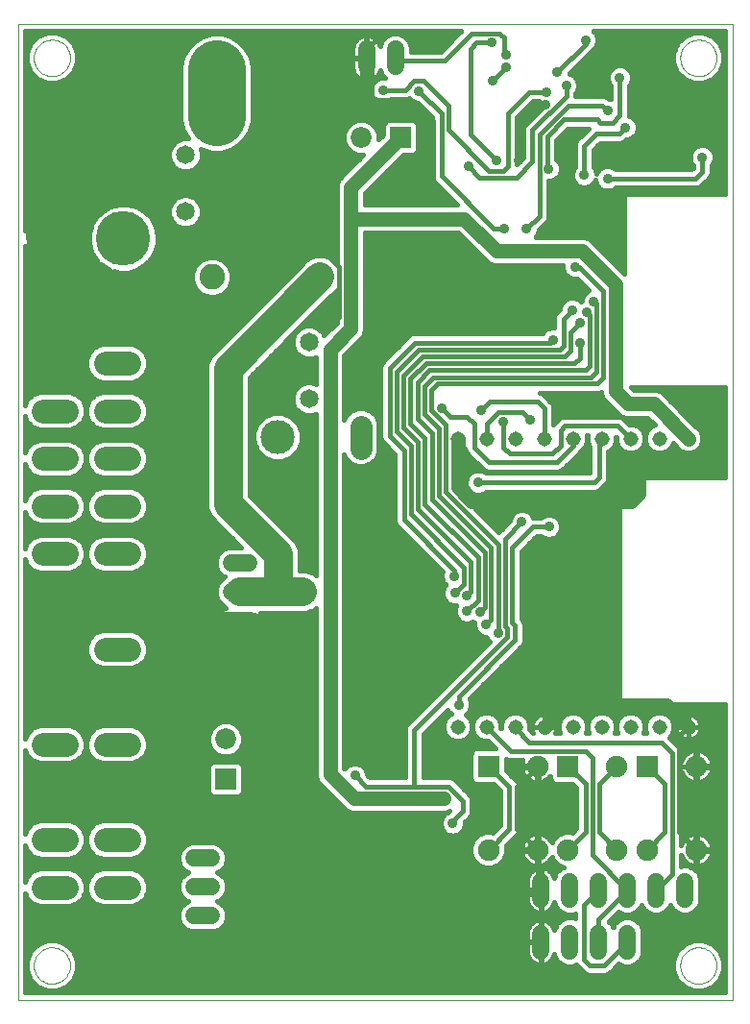
<source format=gbl>
G75*
%MOIN*%
%OFA0B0*%
%FSLAX24Y24*%
%IPPOS*%
%LPD*%
%AMOC8*
5,1,8,0,0,1.08239X$1,22.5*
%
%ADD10C,0.0000*%
%ADD11R,0.0728X0.0728*%
%ADD12C,0.0728*%
%ADD13C,0.0594*%
%ADD14C,0.0827*%
%ADD15R,0.0750X0.0750*%
%ADD16C,0.0750*%
%ADD17C,0.0600*%
%ADD18C,0.1890*%
%ADD19C,0.0886*%
%ADD20C,0.0650*%
%ADD21C,0.1181*%
%ADD22C,0.0768*%
%ADD23C,0.0515*%
%ADD24C,0.2000*%
%ADD25C,0.1000*%
%ADD26C,0.0500*%
%ADD27OC8,0.0356*%
%ADD28C,0.0356*%
%ADD29C,0.0160*%
%ADD30R,0.0356X0.0356*%
%ADD31C,0.0060*%
D10*
X001857Y002453D02*
X001857Y036312D01*
X026660Y036312D01*
X026660Y002453D01*
X001857Y002453D01*
X002408Y003634D02*
X002410Y003684D01*
X002416Y003734D01*
X002426Y003783D01*
X002440Y003831D01*
X002457Y003878D01*
X002478Y003923D01*
X002503Y003967D01*
X002531Y004008D01*
X002563Y004047D01*
X002597Y004084D01*
X002634Y004118D01*
X002674Y004148D01*
X002716Y004175D01*
X002760Y004199D01*
X002806Y004220D01*
X002853Y004236D01*
X002901Y004249D01*
X002951Y004258D01*
X003000Y004263D01*
X003051Y004264D01*
X003101Y004261D01*
X003150Y004254D01*
X003199Y004243D01*
X003247Y004228D01*
X003293Y004210D01*
X003338Y004188D01*
X003381Y004162D01*
X003422Y004133D01*
X003461Y004101D01*
X003497Y004066D01*
X003529Y004028D01*
X003559Y003988D01*
X003586Y003945D01*
X003609Y003901D01*
X003628Y003855D01*
X003644Y003807D01*
X003656Y003758D01*
X003664Y003709D01*
X003668Y003659D01*
X003668Y003609D01*
X003664Y003559D01*
X003656Y003510D01*
X003644Y003461D01*
X003628Y003413D01*
X003609Y003367D01*
X003586Y003323D01*
X003559Y003280D01*
X003529Y003240D01*
X003497Y003202D01*
X003461Y003167D01*
X003422Y003135D01*
X003381Y003106D01*
X003338Y003080D01*
X003293Y003058D01*
X003247Y003040D01*
X003199Y003025D01*
X003150Y003014D01*
X003101Y003007D01*
X003051Y003004D01*
X003000Y003005D01*
X002951Y003010D01*
X002901Y003019D01*
X002853Y003032D01*
X002806Y003048D01*
X002760Y003069D01*
X002716Y003093D01*
X002674Y003120D01*
X002634Y003150D01*
X002597Y003184D01*
X002563Y003221D01*
X002531Y003260D01*
X002503Y003301D01*
X002478Y003345D01*
X002457Y003390D01*
X002440Y003437D01*
X002426Y003485D01*
X002416Y003534D01*
X002410Y003584D01*
X002408Y003634D01*
X024849Y003634D02*
X024851Y003684D01*
X024857Y003734D01*
X024867Y003783D01*
X024881Y003831D01*
X024898Y003878D01*
X024919Y003923D01*
X024944Y003967D01*
X024972Y004008D01*
X025004Y004047D01*
X025038Y004084D01*
X025075Y004118D01*
X025115Y004148D01*
X025157Y004175D01*
X025201Y004199D01*
X025247Y004220D01*
X025294Y004236D01*
X025342Y004249D01*
X025392Y004258D01*
X025441Y004263D01*
X025492Y004264D01*
X025542Y004261D01*
X025591Y004254D01*
X025640Y004243D01*
X025688Y004228D01*
X025734Y004210D01*
X025779Y004188D01*
X025822Y004162D01*
X025863Y004133D01*
X025902Y004101D01*
X025938Y004066D01*
X025970Y004028D01*
X026000Y003988D01*
X026027Y003945D01*
X026050Y003901D01*
X026069Y003855D01*
X026085Y003807D01*
X026097Y003758D01*
X026105Y003709D01*
X026109Y003659D01*
X026109Y003609D01*
X026105Y003559D01*
X026097Y003510D01*
X026085Y003461D01*
X026069Y003413D01*
X026050Y003367D01*
X026027Y003323D01*
X026000Y003280D01*
X025970Y003240D01*
X025938Y003202D01*
X025902Y003167D01*
X025863Y003135D01*
X025822Y003106D01*
X025779Y003080D01*
X025734Y003058D01*
X025688Y003040D01*
X025640Y003025D01*
X025591Y003014D01*
X025542Y003007D01*
X025492Y003004D01*
X025441Y003005D01*
X025392Y003010D01*
X025342Y003019D01*
X025294Y003032D01*
X025247Y003048D01*
X025201Y003069D01*
X025157Y003093D01*
X025115Y003120D01*
X025075Y003150D01*
X025038Y003184D01*
X025004Y003221D01*
X024972Y003260D01*
X024944Y003301D01*
X024919Y003345D01*
X024898Y003390D01*
X024881Y003437D01*
X024867Y003485D01*
X024857Y003534D01*
X024851Y003584D01*
X024849Y003634D01*
X024849Y035130D02*
X024851Y035180D01*
X024857Y035230D01*
X024867Y035279D01*
X024881Y035327D01*
X024898Y035374D01*
X024919Y035419D01*
X024944Y035463D01*
X024972Y035504D01*
X025004Y035543D01*
X025038Y035580D01*
X025075Y035614D01*
X025115Y035644D01*
X025157Y035671D01*
X025201Y035695D01*
X025247Y035716D01*
X025294Y035732D01*
X025342Y035745D01*
X025392Y035754D01*
X025441Y035759D01*
X025492Y035760D01*
X025542Y035757D01*
X025591Y035750D01*
X025640Y035739D01*
X025688Y035724D01*
X025734Y035706D01*
X025779Y035684D01*
X025822Y035658D01*
X025863Y035629D01*
X025902Y035597D01*
X025938Y035562D01*
X025970Y035524D01*
X026000Y035484D01*
X026027Y035441D01*
X026050Y035397D01*
X026069Y035351D01*
X026085Y035303D01*
X026097Y035254D01*
X026105Y035205D01*
X026109Y035155D01*
X026109Y035105D01*
X026105Y035055D01*
X026097Y035006D01*
X026085Y034957D01*
X026069Y034909D01*
X026050Y034863D01*
X026027Y034819D01*
X026000Y034776D01*
X025970Y034736D01*
X025938Y034698D01*
X025902Y034663D01*
X025863Y034631D01*
X025822Y034602D01*
X025779Y034576D01*
X025734Y034554D01*
X025688Y034536D01*
X025640Y034521D01*
X025591Y034510D01*
X025542Y034503D01*
X025492Y034500D01*
X025441Y034501D01*
X025392Y034506D01*
X025342Y034515D01*
X025294Y034528D01*
X025247Y034544D01*
X025201Y034565D01*
X025157Y034589D01*
X025115Y034616D01*
X025075Y034646D01*
X025038Y034680D01*
X025004Y034717D01*
X024972Y034756D01*
X024944Y034797D01*
X024919Y034841D01*
X024898Y034886D01*
X024881Y034933D01*
X024867Y034981D01*
X024857Y035030D01*
X024851Y035080D01*
X024849Y035130D01*
X002408Y035130D02*
X002410Y035180D01*
X002416Y035230D01*
X002426Y035279D01*
X002440Y035327D01*
X002457Y035374D01*
X002478Y035419D01*
X002503Y035463D01*
X002531Y035504D01*
X002563Y035543D01*
X002597Y035580D01*
X002634Y035614D01*
X002674Y035644D01*
X002716Y035671D01*
X002760Y035695D01*
X002806Y035716D01*
X002853Y035732D01*
X002901Y035745D01*
X002951Y035754D01*
X003000Y035759D01*
X003051Y035760D01*
X003101Y035757D01*
X003150Y035750D01*
X003199Y035739D01*
X003247Y035724D01*
X003293Y035706D01*
X003338Y035684D01*
X003381Y035658D01*
X003422Y035629D01*
X003461Y035597D01*
X003497Y035562D01*
X003529Y035524D01*
X003559Y035484D01*
X003586Y035441D01*
X003609Y035397D01*
X003628Y035351D01*
X003644Y035303D01*
X003656Y035254D01*
X003664Y035205D01*
X003668Y035155D01*
X003668Y035105D01*
X003664Y035055D01*
X003656Y035006D01*
X003644Y034957D01*
X003628Y034909D01*
X003609Y034863D01*
X003586Y034819D01*
X003559Y034776D01*
X003529Y034736D01*
X003497Y034698D01*
X003461Y034663D01*
X003422Y034631D01*
X003381Y034602D01*
X003338Y034576D01*
X003293Y034554D01*
X003247Y034536D01*
X003199Y034521D01*
X003150Y034510D01*
X003101Y034503D01*
X003051Y034500D01*
X003000Y034501D01*
X002951Y034506D01*
X002901Y034515D01*
X002853Y034528D01*
X002806Y034544D01*
X002760Y034565D01*
X002716Y034589D01*
X002674Y034616D01*
X002634Y034646D01*
X002597Y034680D01*
X002563Y034717D01*
X002531Y034756D01*
X002503Y034797D01*
X002478Y034841D01*
X002457Y034886D01*
X002440Y034933D01*
X002426Y034981D01*
X002416Y035030D01*
X002410Y035080D01*
X002408Y035130D01*
D11*
X015145Y032375D03*
X009070Y010118D03*
D12*
X009070Y011496D03*
X013767Y032375D03*
D13*
X008567Y007363D02*
X007974Y007363D01*
X007974Y006363D02*
X008567Y006363D01*
X008567Y005363D02*
X007974Y005363D01*
D14*
X005716Y006351D02*
X004889Y006351D01*
X003550Y006351D02*
X002723Y006351D01*
X002723Y008005D02*
X003550Y008005D01*
X003550Y009658D02*
X002723Y009658D01*
X002723Y011312D02*
X003550Y011312D01*
X003550Y012965D02*
X002723Y012965D01*
X002723Y014619D02*
X003550Y014619D01*
X004889Y014619D02*
X005716Y014619D01*
X005716Y012965D02*
X004889Y012965D01*
X004889Y011312D02*
X005716Y011312D01*
X005716Y009658D02*
X004889Y009658D01*
X004889Y008005D02*
X005716Y008005D01*
X005716Y016272D02*
X004889Y016272D01*
X004889Y017926D02*
X005716Y017926D01*
X005716Y019579D02*
X004889Y019579D01*
X003550Y019579D02*
X002723Y019579D01*
X002723Y017926D02*
X003550Y017926D01*
X003550Y016272D02*
X002723Y016272D01*
X002723Y021233D02*
X003550Y021233D01*
X003550Y022886D02*
X002723Y022886D01*
X002723Y024540D02*
X003550Y024540D01*
X004889Y024540D02*
X005716Y024540D01*
X005716Y022886D02*
X004889Y022886D01*
X004889Y021233D02*
X005716Y021233D01*
D15*
X018195Y010553D03*
X020951Y010553D03*
X023707Y010553D03*
D16*
X022651Y010553D03*
X022651Y007653D03*
X023707Y007653D03*
X025407Y007653D03*
X025407Y010553D03*
X020951Y007653D03*
X019895Y007653D03*
X018195Y007653D03*
X019895Y010553D03*
D17*
X020007Y006553D02*
X020007Y005953D01*
X020007Y004753D02*
X020007Y004153D01*
X021007Y004153D02*
X021007Y004753D01*
X022007Y004753D02*
X022007Y004153D01*
X023007Y004153D02*
X023007Y004753D01*
X023007Y005953D02*
X023007Y006553D01*
X022007Y006553D02*
X022007Y005953D01*
X021007Y005953D02*
X021007Y006553D01*
X024007Y006553D02*
X024007Y005953D01*
X025007Y005953D02*
X025007Y006553D01*
X009861Y015614D02*
X009261Y015614D01*
X009261Y016614D02*
X009861Y016614D01*
X009861Y017614D02*
X009261Y017614D01*
X013956Y034830D02*
X013956Y035430D01*
X014956Y035430D02*
X014956Y034830D01*
D18*
X005515Y028871D03*
X004334Y027020D03*
X003192Y028871D03*
D19*
X008596Y027534D03*
X012337Y027534D03*
X011742Y016614D03*
D20*
X011963Y023302D03*
X011963Y025270D03*
X007671Y029798D03*
X007671Y031766D03*
D21*
X008754Y033085D03*
X010880Y021983D03*
D22*
X013758Y022355D02*
X013758Y021588D01*
X009142Y034728D02*
X008374Y034728D01*
D23*
X017122Y021922D03*
X018122Y021922D03*
X019122Y021922D03*
X020122Y021922D03*
X021122Y021922D03*
X022122Y021922D03*
X023122Y021922D03*
X024122Y021922D03*
X025122Y021922D03*
X025122Y011922D03*
X024122Y011922D03*
X023122Y011922D03*
X022122Y011922D03*
X021122Y011922D03*
X020122Y011922D03*
X019122Y011922D03*
X018122Y011922D03*
X017122Y011922D03*
D24*
X009851Y014913D02*
X008377Y014913D01*
X008212Y015078D01*
X008097Y015193D01*
X007267Y015193D01*
X007207Y015253D01*
X007357Y015653D02*
X007357Y009658D01*
X007357Y008773D01*
X007237Y008653D01*
X007357Y009658D02*
X005302Y009658D01*
X003137Y009658D01*
X003137Y012965D02*
X005302Y012965D01*
X007207Y012965D01*
X007207Y013143D01*
X007917Y015123D02*
X007872Y015168D01*
X007357Y015683D01*
X007357Y015653D01*
X007357Y015683D02*
X007357Y016272D01*
X005302Y016272D01*
X003137Y016272D01*
X003137Y014619D01*
X003137Y012965D01*
X007357Y016272D02*
X007357Y025178D01*
X006162Y026373D01*
X004981Y026373D01*
X004334Y027020D01*
X004317Y027004D01*
X004317Y026233D01*
X003137Y025053D01*
X003137Y024540D01*
X004207Y027013D02*
X004407Y027013D01*
X004407Y027103D01*
X004334Y027020D02*
X003192Y028162D01*
X003192Y028871D01*
X003157Y028823D02*
X003257Y028823D01*
X003257Y028943D01*
X003127Y028943D01*
X008754Y033085D02*
X008758Y033089D01*
X008758Y034728D01*
D25*
X012337Y027533D02*
X012097Y027293D01*
X009157Y024353D01*
X009157Y019643D01*
X010887Y017913D01*
X010887Y016613D01*
X011721Y016613D01*
X011721Y016603D01*
X010887Y016613D02*
X009561Y016613D01*
X007397Y015614D02*
X007357Y015653D01*
X007237Y008653D02*
X006767Y008653D01*
X007237Y008653D02*
X010027Y008653D01*
X022907Y019973D02*
X022927Y019973D01*
X022927Y020313D01*
D26*
X023401Y019993D02*
X023136Y019728D01*
X022927Y019728D01*
X020882Y019728D01*
X020882Y018193D01*
X020882Y015213D01*
X020882Y012683D01*
X024361Y012683D01*
X025122Y011922D01*
X020898Y012698D02*
X020882Y012683D01*
X020122Y011922D01*
X020882Y015213D02*
X020831Y015263D01*
X020882Y019728D02*
X017617Y019728D01*
X017122Y020223D01*
X017122Y021922D01*
X013417Y025743D02*
X012687Y025013D01*
X012687Y010283D01*
X013527Y009443D01*
X016627Y009443D01*
X010547Y009173D02*
X010027Y008653D01*
X010547Y009173D02*
X010547Y010413D01*
X009937Y011023D01*
X009937Y011693D01*
X009115Y015168D02*
X007872Y015168D01*
X009115Y015168D02*
X009561Y015614D01*
X007357Y025178D02*
X007357Y025263D01*
X007587Y025493D01*
X008857Y025493D01*
X012117Y028753D01*
X012737Y029373D01*
X012737Y033063D01*
X013177Y033503D01*
X013967Y033503D01*
X015477Y033503D01*
X016087Y032893D01*
X016087Y030763D01*
X016407Y030443D01*
X017337Y029553D02*
X013427Y029553D01*
X013417Y029543D01*
X013417Y025743D01*
X013417Y029543D02*
X013417Y030647D01*
X015145Y032375D01*
X013967Y033503D02*
X013956Y033515D01*
X013956Y035130D01*
X017337Y029553D02*
X018467Y028423D01*
X021427Y028423D01*
X022587Y027263D01*
X022587Y023573D01*
X023037Y023123D01*
X023921Y023123D01*
X025122Y021922D01*
X023401Y020903D02*
X023401Y019993D01*
D27*
X010807Y017943D03*
X010627Y016623D03*
X009207Y019683D03*
X009107Y021883D03*
X009167Y024343D03*
X010757Y025983D03*
X010027Y008653D03*
D28*
X010547Y010413D03*
X009937Y011693D03*
X013557Y010223D03*
X016627Y009443D03*
X016947Y008573D03*
X017161Y012683D03*
X018521Y015163D03*
X018111Y015473D03*
X017891Y015893D03*
X017441Y015933D03*
X017431Y016463D03*
X017021Y016563D03*
X017001Y017153D03*
X019351Y019023D03*
X020291Y018863D03*
X017831Y020403D03*
X018711Y022513D03*
X017936Y022899D03*
X016571Y022983D03*
X019641Y022583D03*
X020421Y025353D03*
X021361Y025253D03*
X021361Y025923D03*
X021591Y026313D03*
X021841Y026683D03*
X021101Y026383D03*
X021191Y027883D03*
X019511Y029193D03*
X018727Y029213D03*
X018457Y031573D03*
X019225Y031573D03*
X020281Y031283D03*
X021511Y031063D03*
X022321Y030943D03*
X022547Y031983D03*
X022947Y032713D03*
X022327Y033303D03*
X022747Y034443D03*
X021557Y035753D03*
X020577Y034633D03*
X020197Y033953D03*
X020157Y033513D03*
X020897Y034173D03*
X018797Y034803D03*
X018787Y035223D03*
X018287Y035663D03*
X018337Y034353D03*
X017487Y031363D03*
X016407Y030443D03*
X015777Y033983D03*
X014527Y034013D03*
X012697Y025833D03*
X020831Y015263D03*
X023401Y020903D03*
X025607Y031683D03*
D29*
X025607Y031183D01*
X025367Y030943D01*
X022321Y030943D01*
X022593Y030623D02*
X022558Y030589D01*
X022405Y030525D01*
X022238Y030525D01*
X022085Y030589D01*
X021967Y030706D01*
X021903Y030860D01*
X021903Y030917D01*
X021866Y030826D01*
X021748Y030709D01*
X021595Y030645D01*
X021428Y030645D01*
X021275Y030709D01*
X021157Y030826D01*
X021093Y030980D01*
X021093Y031146D01*
X021157Y031300D01*
X021191Y031335D01*
X021191Y032141D01*
X021240Y032259D01*
X021655Y032673D01*
X020950Y032673D01*
X020547Y032271D01*
X020547Y031609D01*
X020636Y031520D01*
X020699Y031366D01*
X020699Y031200D01*
X020636Y031046D01*
X020518Y030929D01*
X020365Y030865D01*
X020277Y030865D01*
X020277Y029576D01*
X020229Y029458D01*
X019929Y029159D01*
X019929Y029110D01*
X019866Y028956D01*
X019823Y028913D01*
X021525Y028913D01*
X021705Y028839D01*
X021843Y028701D01*
X022920Y027623D01*
X022920Y030406D01*
X026420Y030406D01*
X026420Y036072D01*
X021830Y036072D01*
X021912Y035990D01*
X021975Y035836D01*
X021975Y035670D01*
X021912Y035516D01*
X021829Y035434D01*
X021829Y035432D01*
X021739Y035342D01*
X020995Y034599D01*
X020995Y034585D01*
X021134Y034528D01*
X021252Y034410D01*
X021315Y034256D01*
X021315Y034090D01*
X021252Y033936D01*
X021217Y033902D01*
X021217Y033803D01*
X022211Y033803D01*
X022329Y033755D01*
X022362Y033721D01*
X022410Y033721D01*
X022427Y033714D01*
X022427Y034172D01*
X022393Y034206D01*
X022329Y034360D01*
X022329Y034526D01*
X022393Y034680D01*
X022510Y034798D01*
X022664Y034861D01*
X022830Y034861D01*
X022984Y034798D01*
X023102Y034680D01*
X023165Y034526D01*
X023165Y034360D01*
X023102Y034206D01*
X023067Y034172D01*
X023067Y033116D01*
X023184Y033068D01*
X023302Y032950D01*
X023365Y032796D01*
X023365Y032630D01*
X023302Y032476D01*
X023184Y032359D01*
X023030Y032295D01*
X022982Y032295D01*
X022919Y032232D01*
X022801Y032183D01*
X022070Y032183D01*
X021831Y031945D01*
X021831Y031335D01*
X021866Y031300D01*
X021929Y031146D01*
X021929Y031090D01*
X021967Y031180D01*
X022085Y031298D01*
X022238Y031361D01*
X022405Y031361D01*
X022558Y031298D01*
X022593Y031263D01*
X025235Y031263D01*
X025287Y031316D01*
X025287Y031412D01*
X025253Y031446D01*
X025189Y031600D01*
X025189Y031766D01*
X025253Y031920D01*
X025370Y032038D01*
X025524Y032101D01*
X025690Y032101D01*
X025844Y032038D01*
X025962Y031920D01*
X026025Y031766D01*
X026025Y031600D01*
X025962Y031446D01*
X025927Y031412D01*
X025927Y031120D01*
X025879Y031002D01*
X025789Y030912D01*
X025789Y030912D01*
X025639Y030762D01*
X025639Y030762D01*
X025549Y030672D01*
X025431Y030623D01*
X022593Y030623D01*
X022920Y030349D02*
X020277Y030349D01*
X020277Y030191D02*
X022920Y030191D01*
X022920Y030032D02*
X020277Y030032D01*
X020277Y029874D02*
X022920Y029874D01*
X022920Y029715D02*
X020277Y029715D01*
X020270Y029557D02*
X022920Y029557D01*
X022920Y029398D02*
X020169Y029398D01*
X020010Y029240D02*
X022920Y029240D01*
X022920Y029081D02*
X019918Y029081D01*
X019832Y028923D02*
X022920Y028923D01*
X022920Y028764D02*
X021779Y028764D01*
X021938Y028606D02*
X022920Y028606D01*
X022920Y028447D02*
X022096Y028447D01*
X022255Y028289D02*
X022920Y028289D01*
X022920Y028130D02*
X022413Y028130D01*
X022572Y027972D02*
X022920Y027972D01*
X022920Y027813D02*
X022730Y027813D01*
X022889Y027655D02*
X022920Y027655D01*
X022171Y027033D02*
X021321Y027883D01*
X021191Y027883D01*
X020955Y027529D02*
X020837Y027646D01*
X020773Y027800D01*
X020773Y027933D01*
X018370Y027933D01*
X018190Y028008D01*
X017134Y029063D01*
X013907Y029063D01*
X013907Y025646D01*
X013833Y025466D01*
X013177Y024810D01*
X013177Y022583D01*
X013177Y022583D01*
X013230Y022709D01*
X013405Y022884D01*
X013634Y022979D01*
X013882Y022979D01*
X014112Y022884D01*
X014287Y022709D01*
X014382Y022479D01*
X014382Y021464D01*
X014287Y021234D01*
X014112Y021059D01*
X013882Y020964D01*
X013634Y020964D01*
X013405Y021059D01*
X013230Y021234D01*
X013177Y021360D01*
X013177Y010486D01*
X013203Y010460D01*
X013320Y010578D01*
X013474Y010641D01*
X013640Y010641D01*
X013794Y010578D01*
X013912Y010460D01*
X013975Y010306D01*
X013975Y010258D01*
X014060Y010173D01*
X015297Y010173D01*
X015297Y011867D01*
X015346Y011985D01*
X015436Y012075D01*
X018227Y014866D01*
X018167Y014926D01*
X018114Y015055D01*
X018028Y015055D01*
X017875Y015119D01*
X017757Y015236D01*
X017693Y015390D01*
X017693Y015523D01*
X017655Y015539D01*
X017633Y015560D01*
X017525Y015515D01*
X017358Y015515D01*
X017205Y015579D01*
X017087Y015696D01*
X017023Y015850D01*
X017023Y016016D01*
X017077Y016145D01*
X016938Y016145D01*
X016785Y016209D01*
X016667Y016326D01*
X016603Y016480D01*
X016603Y016646D01*
X016667Y016800D01*
X016715Y016848D01*
X016647Y016916D01*
X016583Y017070D01*
X016583Y017236D01*
X016607Y017295D01*
X014990Y018912D01*
X014941Y019030D01*
X014941Y021381D01*
X014490Y021832D01*
X014441Y021950D01*
X014441Y024437D01*
X014490Y024555D01*
X014580Y024645D01*
X015460Y025525D01*
X015578Y025573D01*
X020060Y025573D01*
X020067Y025590D01*
X020185Y025708D01*
X020338Y025771D01*
X020471Y025771D01*
X020471Y026137D01*
X020520Y026255D01*
X020683Y026418D01*
X020683Y026466D01*
X020747Y026620D01*
X020865Y026738D01*
X021018Y026801D01*
X021185Y026801D01*
X021338Y026738D01*
X021392Y026684D01*
X021423Y026696D01*
X021423Y026766D01*
X021487Y026920D01*
X021605Y027038D01*
X021682Y027070D01*
X021283Y027469D01*
X021275Y027465D01*
X021108Y027465D01*
X020955Y027529D01*
X021033Y027496D02*
X013907Y027496D01*
X013907Y027338D02*
X021414Y027338D01*
X021573Y027179D02*
X013907Y027179D01*
X013907Y027021D02*
X021588Y027021D01*
X021463Y026862D02*
X013907Y026862D01*
X013907Y026704D02*
X020831Y026704D01*
X020716Y026545D02*
X013907Y026545D01*
X013907Y026387D02*
X020652Y026387D01*
X020509Y026228D02*
X013907Y026228D01*
X013907Y026070D02*
X020471Y026070D01*
X020471Y025911D02*
X013907Y025911D01*
X013907Y025753D02*
X020293Y025753D01*
X020071Y025594D02*
X013886Y025594D01*
X013803Y025436D02*
X015371Y025436D01*
X015213Y025277D02*
X013644Y025277D01*
X013486Y025119D02*
X015054Y025119D01*
X014896Y024960D02*
X013327Y024960D01*
X013177Y024802D02*
X014737Y024802D01*
X014579Y024643D02*
X013177Y024643D01*
X013177Y024485D02*
X014461Y024485D01*
X014441Y024326D02*
X013177Y024326D01*
X013177Y024168D02*
X014441Y024168D01*
X014441Y024009D02*
X013177Y024009D01*
X013177Y023851D02*
X014441Y023851D01*
X014441Y023692D02*
X013177Y023692D01*
X013177Y023534D02*
X014441Y023534D01*
X014441Y023375D02*
X013177Y023375D01*
X013177Y023217D02*
X014441Y023217D01*
X014441Y023058D02*
X013177Y023058D01*
X013177Y022900D02*
X013443Y022900D01*
X013262Y022741D02*
X013177Y022741D01*
X014074Y022900D02*
X014441Y022900D01*
X014441Y022741D02*
X014255Y022741D01*
X014339Y022583D02*
X014441Y022583D01*
X014441Y022424D02*
X014382Y022424D01*
X014382Y022266D02*
X014441Y022266D01*
X014441Y022107D02*
X014382Y022107D01*
X014382Y021949D02*
X014442Y021949D01*
X014382Y021790D02*
X014532Y021790D01*
X014382Y021632D02*
X014690Y021632D01*
X014849Y021473D02*
X014382Y021473D01*
X014321Y021315D02*
X014941Y021315D01*
X014941Y021156D02*
X014209Y021156D01*
X013965Y020998D02*
X014941Y020998D01*
X014941Y020839D02*
X013177Y020839D01*
X013177Y020681D02*
X014941Y020681D01*
X014941Y020522D02*
X013177Y020522D01*
X013177Y020364D02*
X014941Y020364D01*
X014941Y020205D02*
X013177Y020205D01*
X013177Y020047D02*
X014941Y020047D01*
X014941Y019888D02*
X013177Y019888D01*
X013177Y019730D02*
X014941Y019730D01*
X014941Y019571D02*
X013177Y019571D01*
X013177Y019413D02*
X014941Y019413D01*
X014941Y019254D02*
X013177Y019254D01*
X013177Y019096D02*
X014941Y019096D01*
X014980Y018937D02*
X013177Y018937D01*
X013177Y018779D02*
X015123Y018779D01*
X015282Y018620D02*
X013177Y018620D01*
X013177Y018462D02*
X015440Y018462D01*
X015599Y018303D02*
X013177Y018303D01*
X013177Y018145D02*
X015757Y018145D01*
X015916Y017986D02*
X013177Y017986D01*
X013177Y017828D02*
X016074Y017828D01*
X016233Y017669D02*
X013177Y017669D01*
X013177Y017511D02*
X016391Y017511D01*
X016550Y017352D02*
X013177Y017352D01*
X013177Y017194D02*
X016583Y017194D01*
X016598Y017035D02*
X013177Y017035D01*
X013177Y016877D02*
X016687Y016877D01*
X016633Y016718D02*
X013177Y016718D01*
X013177Y016560D02*
X016603Y016560D01*
X016636Y016401D02*
X013177Y016401D01*
X013177Y016243D02*
X016751Y016243D01*
X017051Y016084D02*
X013177Y016084D01*
X013177Y015926D02*
X017023Y015926D01*
X017058Y015767D02*
X013177Y015767D01*
X013177Y015609D02*
X017175Y015609D01*
X017441Y015933D02*
X017821Y016313D01*
X017821Y017803D01*
X015981Y019643D01*
X015981Y021953D01*
X015481Y022453D01*
X015481Y023993D01*
X016021Y024533D01*
X021181Y024533D01*
X021361Y024713D01*
X021361Y025253D01*
X021031Y024973D02*
X021031Y025593D01*
X021361Y025923D01*
X021691Y026213D02*
X021691Y024423D01*
X021561Y024293D01*
X016131Y024293D01*
X015721Y023883D01*
X015721Y022613D01*
X016221Y022113D01*
X016221Y019813D01*
X018061Y017973D01*
X018061Y016063D01*
X017891Y015893D01*
X018281Y015643D02*
X018111Y015473D01*
X018281Y015643D02*
X018281Y018133D01*
X016461Y019953D01*
X016461Y022273D01*
X015961Y022773D01*
X015961Y023753D01*
X016261Y024053D01*
X021741Y024053D01*
X021931Y024243D01*
X021931Y026593D01*
X021841Y026683D01*
X021591Y026313D02*
X021691Y026213D01*
X021423Y026704D02*
X021372Y026704D01*
X021101Y026383D02*
X021001Y026283D01*
X021101Y026383D02*
X020791Y026073D01*
X020791Y025143D01*
X020661Y025013D01*
X015771Y025013D01*
X015001Y024243D01*
X015001Y022163D01*
X015501Y021663D01*
X015501Y019293D01*
X017341Y017453D01*
X017341Y016883D01*
X017021Y016563D01*
X017431Y016463D02*
X017581Y016613D01*
X017581Y017643D01*
X015741Y019483D01*
X015741Y021813D01*
X015241Y022313D01*
X015241Y024113D01*
X015901Y024773D01*
X020831Y024773D01*
X021031Y024973D01*
X020421Y025353D02*
X020321Y025253D01*
X015641Y025253D01*
X014761Y024373D01*
X014761Y022013D01*
X015261Y021513D01*
X015261Y019093D01*
X017001Y017353D01*
X017001Y017153D01*
X017693Y015450D02*
X013177Y015450D01*
X013177Y015292D02*
X017734Y015292D01*
X017860Y015133D02*
X013177Y015133D01*
X013177Y014975D02*
X018147Y014975D01*
X018178Y014816D02*
X013177Y014816D01*
X013177Y014658D02*
X018019Y014658D01*
X017861Y014499D02*
X013177Y014499D01*
X013177Y014341D02*
X017702Y014341D01*
X017544Y014182D02*
X013177Y014182D01*
X013177Y014024D02*
X017385Y014024D01*
X017227Y013865D02*
X013177Y013865D01*
X013177Y013707D02*
X017068Y013707D01*
X016910Y013548D02*
X013177Y013548D01*
X013177Y013390D02*
X016751Y013390D01*
X016593Y013231D02*
X013177Y013231D01*
X013177Y013073D02*
X016434Y013073D01*
X016276Y012914D02*
X013177Y012914D01*
X013177Y012756D02*
X016117Y012756D01*
X015959Y012597D02*
X013177Y012597D01*
X013177Y012439D02*
X015800Y012439D01*
X015642Y012280D02*
X013177Y012280D01*
X013177Y012122D02*
X015483Y012122D01*
X015436Y012075D02*
X015436Y012075D01*
X015337Y011963D02*
X013177Y011963D01*
X013177Y011805D02*
X015297Y011805D01*
X015297Y011646D02*
X013177Y011646D01*
X013177Y011488D02*
X015297Y011488D01*
X015297Y011329D02*
X013177Y011329D01*
X013177Y011171D02*
X015297Y011171D01*
X015297Y011012D02*
X013177Y011012D01*
X013177Y010854D02*
X015297Y010854D01*
X015297Y010695D02*
X013177Y010695D01*
X013177Y010537D02*
X013280Y010537D01*
X013557Y010223D02*
X013927Y009853D01*
X015617Y009853D01*
X015617Y011803D01*
X018847Y015033D01*
X018847Y015323D01*
X018767Y015403D01*
X018767Y018439D01*
X019351Y019023D01*
X019727Y018863D02*
X019007Y018143D01*
X019007Y015533D01*
X019107Y015433D01*
X019107Y014933D01*
X017161Y012987D01*
X017161Y012683D01*
X016779Y012513D02*
X016807Y012446D01*
X016889Y012364D01*
X016840Y012344D01*
X016700Y012204D01*
X016624Y012021D01*
X016624Y011823D01*
X016700Y011640D01*
X016840Y011500D01*
X017023Y011425D01*
X017221Y011425D01*
X017404Y011500D01*
X017544Y011640D01*
X017619Y011823D01*
X017619Y012021D01*
X017544Y012204D01*
X017408Y012339D01*
X017516Y012446D01*
X017579Y012600D01*
X017579Y012766D01*
X017525Y012898D01*
X019379Y014752D01*
X019427Y014870D01*
X019427Y015497D01*
X019379Y015615D01*
X019327Y015666D01*
X019327Y018011D01*
X019860Y018543D01*
X020020Y018543D01*
X020055Y018509D01*
X020208Y018445D01*
X020375Y018445D01*
X020528Y018509D01*
X020646Y018626D01*
X020709Y018780D01*
X020709Y018946D01*
X020646Y019100D01*
X020528Y019218D01*
X020375Y019281D01*
X020208Y019281D01*
X020055Y019218D01*
X020020Y019183D01*
X019738Y019183D01*
X019706Y019260D01*
X019588Y019378D01*
X019435Y019441D01*
X019268Y019441D01*
X019115Y019378D01*
X018997Y019260D01*
X018933Y019106D01*
X018933Y019058D01*
X018586Y018711D01*
X018551Y018676D01*
X017021Y020206D01*
X017021Y021495D01*
X017087Y021485D01*
X017122Y021485D01*
X017156Y021485D01*
X017224Y021496D01*
X017290Y021517D01*
X017351Y021548D01*
X017381Y021570D01*
X017381Y021550D01*
X017430Y021432D01*
X017520Y021342D01*
X017520Y021342D01*
X018030Y020832D01*
X018148Y020783D01*
X020625Y020783D01*
X020743Y020832D01*
X020833Y020922D01*
X021393Y021482D01*
X021400Y021499D01*
X021404Y021500D01*
X021544Y021640D01*
X021619Y021823D01*
X021619Y022021D01*
X021610Y022043D01*
X021633Y022043D01*
X021624Y022021D01*
X021624Y021823D01*
X021700Y021640D01*
X021711Y021629D01*
X021711Y020723D01*
X018103Y020723D01*
X018068Y020758D01*
X017915Y020821D01*
X017748Y020821D01*
X017595Y020758D01*
X017477Y020640D01*
X017413Y020486D01*
X017413Y020320D01*
X017477Y020166D01*
X017595Y020049D01*
X017748Y019985D01*
X017915Y019985D01*
X018068Y020049D01*
X018103Y020083D01*
X021935Y020083D01*
X022053Y020132D01*
X022213Y020292D01*
X022303Y020382D01*
X022351Y020500D01*
X022351Y021479D01*
X022404Y021500D01*
X022544Y021640D01*
X022619Y021823D01*
X022619Y021972D01*
X022624Y021967D01*
X022624Y021823D01*
X022700Y021640D01*
X022840Y021500D01*
X023023Y021425D01*
X023221Y021425D01*
X023404Y021500D01*
X023544Y021640D01*
X023619Y021823D01*
X023619Y022021D01*
X023544Y022204D01*
X023404Y022344D01*
X023221Y022420D01*
X023077Y022420D01*
X022862Y022635D01*
X022744Y022683D01*
X020778Y022683D01*
X020660Y022635D01*
X020442Y022416D01*
X020442Y023027D01*
X020393Y023144D01*
X020303Y023234D01*
X020073Y023465D01*
X019979Y023503D01*
X022035Y023503D01*
X022097Y023529D01*
X022097Y023476D01*
X022172Y023296D01*
X022310Y023158D01*
X022760Y022708D01*
X022940Y022633D01*
X023718Y022633D01*
X023958Y022393D01*
X023840Y022344D01*
X023700Y022204D01*
X023624Y022021D01*
X023624Y021823D01*
X023700Y021640D01*
X023840Y021500D01*
X024023Y021425D01*
X024221Y021425D01*
X024404Y021500D01*
X024544Y021640D01*
X024592Y021759D01*
X024693Y021658D01*
X024700Y021640D01*
X024840Y021500D01*
X025023Y021425D01*
X025221Y021425D01*
X025404Y021500D01*
X025544Y021640D01*
X025619Y021823D01*
X025619Y022021D01*
X025544Y022204D01*
X025404Y022344D01*
X025386Y022351D01*
X024336Y023401D01*
X024198Y023539D01*
X024018Y023613D01*
X023240Y023613D01*
X023140Y023713D01*
X026420Y023713D01*
X026420Y020564D01*
X022723Y020564D01*
X022723Y012690D01*
X026420Y012690D01*
X026420Y002693D01*
X002097Y002693D01*
X002097Y006155D01*
X002170Y005981D01*
X002353Y005797D01*
X002593Y005698D01*
X003680Y005698D01*
X003920Y005797D01*
X004104Y005981D01*
X004204Y006221D01*
X004204Y006481D01*
X004104Y006721D01*
X003920Y006905D01*
X003680Y007004D01*
X002593Y007004D01*
X002353Y006905D01*
X002170Y006721D01*
X002097Y006547D01*
X002097Y007809D01*
X002170Y007634D01*
X002353Y007451D01*
X002593Y007351D01*
X003680Y007351D01*
X003920Y007451D01*
X004104Y007634D01*
X004204Y007875D01*
X004204Y008134D01*
X004104Y008375D01*
X003920Y008558D01*
X003680Y008658D01*
X002593Y008658D01*
X002353Y008558D01*
X002170Y008375D01*
X002097Y008200D01*
X002097Y011116D01*
X002170Y010941D01*
X002353Y010758D01*
X002593Y010658D01*
X003680Y010658D01*
X003920Y010758D01*
X004104Y010941D01*
X004204Y011182D01*
X004204Y011442D01*
X004104Y011682D01*
X003920Y011866D01*
X003680Y011965D01*
X002593Y011965D01*
X002353Y011866D01*
X002170Y011682D01*
X002097Y011507D01*
X002097Y017730D01*
X002170Y017556D01*
X002353Y017372D01*
X002593Y017272D01*
X003680Y017272D01*
X003920Y017372D01*
X004104Y017556D01*
X004204Y017796D01*
X004204Y018056D01*
X004104Y018296D01*
X003920Y018480D01*
X003680Y018579D01*
X002593Y018579D01*
X002353Y018480D01*
X002170Y018296D01*
X002097Y018122D01*
X002097Y019384D01*
X002170Y019209D01*
X002353Y019025D01*
X002593Y018926D01*
X003680Y018926D01*
X003920Y019025D01*
X004104Y019209D01*
X004204Y019449D01*
X004204Y019709D01*
X004104Y019949D01*
X003920Y020133D01*
X003680Y020233D01*
X002593Y020233D01*
X002353Y020133D01*
X002170Y019949D01*
X002097Y019775D01*
X002097Y021037D01*
X002170Y020863D01*
X002353Y020679D01*
X002593Y020579D01*
X003680Y020579D01*
X003920Y020679D01*
X004104Y020863D01*
X004204Y021103D01*
X004204Y021363D01*
X004104Y021603D01*
X003920Y021787D01*
X003680Y021886D01*
X002593Y021886D01*
X002353Y021787D01*
X002170Y021603D01*
X002097Y021429D01*
X002097Y022691D01*
X002170Y022516D01*
X002353Y022332D01*
X002593Y022233D01*
X003680Y022233D01*
X003920Y022332D01*
X004104Y022516D01*
X004204Y022756D01*
X004204Y023016D01*
X004104Y023257D01*
X003920Y023440D01*
X003680Y023540D01*
X002593Y023540D01*
X002353Y023440D01*
X002170Y023257D01*
X002097Y023082D01*
X002097Y028611D01*
X002109Y028559D01*
X002151Y028440D01*
X002206Y028326D01*
X002273Y028219D01*
X002352Y028120D01*
X002441Y028031D01*
X002540Y027952D01*
X002647Y027885D01*
X002761Y027830D01*
X002880Y027788D01*
X003003Y027760D01*
X003112Y027748D01*
X003112Y028791D01*
X003272Y028791D01*
X003272Y028951D01*
X003112Y028951D01*
X003112Y029994D01*
X003003Y029981D01*
X002880Y029953D01*
X002761Y029912D01*
X002647Y029857D01*
X002540Y029790D01*
X002441Y029711D01*
X002352Y029621D01*
X002273Y029523D01*
X002206Y029416D01*
X002151Y029302D01*
X002109Y029183D01*
X002097Y029130D01*
X002097Y036072D01*
X017253Y036072D01*
X016525Y035343D01*
X015496Y035343D01*
X015496Y035538D01*
X015413Y035736D01*
X015262Y035888D01*
X015063Y035970D01*
X014848Y035970D01*
X014650Y035888D01*
X014498Y035736D01*
X014421Y035551D01*
X014401Y035615D01*
X014366Y035682D01*
X014322Y035743D01*
X014268Y035797D01*
X014207Y035841D01*
X014140Y035875D01*
X014068Y035899D01*
X013993Y035910D01*
X013976Y035910D01*
X013976Y035151D01*
X013936Y035151D01*
X013936Y035910D01*
X013918Y035910D01*
X013843Y035899D01*
X013771Y035875D01*
X013704Y035841D01*
X013643Y035797D01*
X013590Y035743D01*
X013545Y035682D01*
X013511Y035615D01*
X013488Y035543D01*
X013476Y035468D01*
X013476Y035150D01*
X013936Y035150D01*
X013936Y035110D01*
X013976Y035110D01*
X013976Y034350D01*
X013993Y034350D01*
X014068Y034362D01*
X014140Y034386D01*
X014207Y034420D01*
X014268Y034464D01*
X014322Y034518D01*
X014366Y034579D01*
X014401Y034646D01*
X014421Y034710D01*
X014498Y034525D01*
X014591Y034431D01*
X014444Y034431D01*
X014290Y034368D01*
X014173Y034250D01*
X014109Y034096D01*
X014109Y033930D01*
X014173Y033776D01*
X014290Y033659D01*
X014444Y033595D01*
X014610Y033595D01*
X014764Y033659D01*
X014799Y033693D01*
X015371Y033693D01*
X015445Y033724D01*
X015540Y033629D01*
X015694Y033565D01*
X015743Y033565D01*
X016237Y033071D01*
X016237Y030970D01*
X016286Y030852D01*
X016376Y030762D01*
X017095Y030043D01*
X013907Y030043D01*
X013907Y030444D01*
X015233Y031770D01*
X015557Y031770D01*
X015645Y031807D01*
X015712Y031874D01*
X015749Y031963D01*
X015749Y032787D01*
X015712Y032875D01*
X015645Y032942D01*
X015557Y032979D01*
X014733Y032979D01*
X014645Y032942D01*
X014577Y032875D01*
X014541Y032787D01*
X014541Y032463D01*
X014371Y032294D01*
X014371Y032495D01*
X014279Y032717D01*
X014109Y032887D01*
X013887Y032979D01*
X013647Y032979D01*
X013424Y032887D01*
X013255Y032717D01*
X013163Y032495D01*
X013163Y032254D01*
X013255Y032032D01*
X013424Y031862D01*
X013647Y031770D01*
X013848Y031770D01*
X013140Y031063D01*
X013002Y030925D01*
X012927Y030745D01*
X012927Y027990D01*
X012756Y028161D01*
X012484Y028273D01*
X012190Y028273D01*
X011918Y028161D01*
X011470Y027713D01*
X011470Y027713D01*
X008530Y024773D01*
X008417Y024501D01*
X008417Y019496D01*
X008530Y019224D01*
X008738Y019016D01*
X009600Y018154D01*
X009153Y018154D01*
X008955Y018072D01*
X008803Y017920D01*
X008721Y017721D01*
X008721Y017507D01*
X008803Y017308D01*
X008955Y017156D01*
X009027Y017126D01*
X008986Y017085D01*
X008955Y017072D01*
X008803Y016920D01*
X008721Y016721D01*
X008721Y016507D01*
X008803Y016308D01*
X008955Y016156D01*
X008984Y016144D01*
X009071Y016056D01*
X009009Y016024D01*
X008948Y015980D01*
X008894Y015927D01*
X008850Y015866D01*
X008816Y015798D01*
X008792Y015726D01*
X008781Y015652D01*
X008781Y015634D01*
X009541Y015634D01*
X009541Y015594D01*
X009581Y015594D01*
X009581Y015634D01*
X010341Y015634D01*
X010341Y015652D01*
X010329Y015726D01*
X010305Y015798D01*
X010271Y015866D01*
X010265Y015873D01*
X011550Y015873D01*
X011574Y015863D01*
X011868Y015863D01*
X012140Y015976D01*
X012197Y016033D01*
X012197Y010186D01*
X012272Y010006D01*
X013112Y009166D01*
X013250Y009028D01*
X013430Y008953D01*
X016725Y008953D01*
X016844Y009003D01*
X016811Y008969D01*
X016710Y008928D01*
X016593Y008810D01*
X016529Y008656D01*
X016529Y008490D01*
X016593Y008336D01*
X016710Y008219D01*
X016864Y008155D01*
X017030Y008155D01*
X017184Y008219D01*
X017302Y008336D01*
X017365Y008490D01*
X017365Y008619D01*
X017469Y008722D01*
X017559Y008812D01*
X017607Y008930D01*
X017607Y009417D01*
X017559Y009535D01*
X017059Y010035D01*
X016969Y010125D01*
X016851Y010173D01*
X015937Y010173D01*
X015937Y011671D01*
X016779Y012513D01*
X016815Y012439D02*
X016705Y012439D01*
X016776Y012280D02*
X016547Y012280D01*
X016666Y012122D02*
X016388Y012122D01*
X016230Y011963D02*
X016624Y011963D01*
X016632Y011805D02*
X016071Y011805D01*
X015937Y011646D02*
X016698Y011646D01*
X016870Y011488D02*
X015937Y011488D01*
X015937Y011329D02*
X018262Y011329D01*
X018167Y011425D02*
X018424Y011168D01*
X017772Y011168D01*
X017684Y011131D01*
X017616Y011063D01*
X017580Y010975D01*
X017580Y010130D01*
X017616Y010042D01*
X017684Y009974D01*
X017772Y009938D01*
X018357Y009938D01*
X018597Y009698D01*
X018597Y008507D01*
X018346Y008256D01*
X018317Y008268D01*
X018073Y008268D01*
X017847Y008174D01*
X017674Y008001D01*
X017580Y007775D01*
X017580Y007530D01*
X017674Y007304D01*
X017847Y007131D01*
X018073Y007038D01*
X018317Y007038D01*
X018543Y007131D01*
X018716Y007304D01*
X018810Y007530D01*
X018810Y007775D01*
X018798Y007803D01*
X019099Y008104D01*
X019189Y008194D01*
X019237Y008311D01*
X019237Y009894D01*
X019189Y010011D01*
X018810Y010390D01*
X018810Y010799D01*
X018897Y010763D01*
X019380Y010763D01*
X019354Y010683D01*
X019340Y010596D01*
X019340Y010585D01*
X019862Y010585D01*
X019862Y010520D01*
X019340Y010520D01*
X019340Y010509D01*
X019354Y010423D01*
X019381Y010339D01*
X019420Y010262D01*
X019472Y010191D01*
X019533Y010129D01*
X019604Y010078D01*
X019682Y010038D01*
X019765Y010011D01*
X019851Y009998D01*
X019862Y009998D01*
X019862Y010520D01*
X019927Y010520D01*
X019927Y009998D01*
X019939Y009998D01*
X020025Y010011D01*
X020108Y010038D01*
X020186Y010078D01*
X020256Y010129D01*
X020318Y010191D01*
X020336Y010215D01*
X020336Y010130D01*
X020372Y010042D01*
X020440Y009974D01*
X020528Y009938D01*
X021113Y009938D01*
X021237Y009814D01*
X021237Y008392D01*
X021102Y008256D01*
X021073Y008268D01*
X020828Y008268D01*
X020602Y008174D01*
X020429Y008001D01*
X020328Y008001D01*
X020318Y008014D02*
X020256Y008076D01*
X020186Y008127D01*
X020108Y008167D01*
X020025Y008194D01*
X019939Y008208D01*
X019927Y008208D01*
X019927Y007685D01*
X019862Y007685D01*
X019862Y007620D01*
X019340Y007620D01*
X019340Y007609D01*
X019354Y007523D01*
X019381Y007439D01*
X019420Y007362D01*
X019472Y007291D01*
X019533Y007229D01*
X019604Y007178D01*
X019682Y007138D01*
X019765Y007111D01*
X019851Y007098D01*
X019862Y007098D01*
X019862Y007620D01*
X019927Y007620D01*
X019927Y007098D01*
X019939Y007098D01*
X020025Y007111D01*
X020108Y007138D01*
X020186Y007178D01*
X020256Y007229D01*
X020318Y007291D01*
X020370Y007362D01*
X020389Y007401D01*
X020429Y007304D01*
X020602Y007131D01*
X020797Y007051D01*
X020701Y007011D01*
X020549Y006859D01*
X020473Y006674D01*
X020452Y006738D01*
X020418Y006805D01*
X020373Y006866D01*
X020320Y006919D01*
X020259Y006964D01*
X020192Y006998D01*
X020120Y007022D01*
X020045Y007033D01*
X020027Y007033D01*
X020027Y006273D01*
X019987Y006273D01*
X019987Y006233D01*
X020027Y006233D01*
X020027Y005473D01*
X020045Y005473D01*
X020120Y005485D01*
X020192Y005508D01*
X020259Y005543D01*
X020320Y005587D01*
X020373Y005641D01*
X020418Y005702D01*
X020452Y005769D01*
X020473Y005833D01*
X020549Y005647D01*
X020701Y005496D01*
X020900Y005413D01*
X021115Y005413D01*
X021187Y005443D01*
X021187Y005263D01*
X021115Y005293D01*
X020900Y005293D01*
X020701Y005211D01*
X020549Y005059D01*
X020473Y004874D01*
X020452Y004938D01*
X020418Y005005D01*
X020373Y005066D01*
X020320Y005119D01*
X020259Y005164D01*
X020192Y005198D01*
X020120Y005222D01*
X020045Y005233D01*
X020027Y005233D01*
X020027Y004473D01*
X019987Y004473D01*
X019987Y004433D01*
X020027Y004433D01*
X020027Y003673D01*
X020045Y003673D01*
X020120Y003685D01*
X020192Y003708D01*
X020259Y003743D01*
X020320Y003787D01*
X020373Y003841D01*
X020418Y003902D01*
X020452Y003969D01*
X020473Y004033D01*
X020549Y003847D01*
X020701Y003696D01*
X020900Y003613D01*
X021115Y003613D01*
X021232Y003662D01*
X021236Y003652D01*
X021326Y003562D01*
X021526Y003362D01*
X021644Y003313D01*
X022251Y003313D01*
X022369Y003362D01*
X022459Y003452D01*
X022702Y003695D01*
X022900Y003613D01*
X023115Y003613D01*
X023313Y003696D01*
X023465Y003847D01*
X023547Y004046D01*
X023547Y004861D01*
X023465Y005059D01*
X023313Y005211D01*
X023115Y005293D01*
X022900Y005293D01*
X022701Y005211D01*
X022549Y005059D01*
X022507Y004957D01*
X022465Y005059D01*
X022365Y005159D01*
X022702Y005495D01*
X022900Y005413D01*
X023115Y005413D01*
X023313Y005496D01*
X023465Y005647D01*
X023507Y005749D01*
X023549Y005647D01*
X023701Y005496D01*
X023900Y005413D01*
X024115Y005413D01*
X024313Y005496D01*
X024465Y005647D01*
X024507Y005749D01*
X024549Y005647D01*
X024701Y005496D01*
X024900Y005413D01*
X025115Y005413D01*
X025313Y005496D01*
X025465Y005647D01*
X025547Y005846D01*
X025547Y006661D01*
X025465Y006859D01*
X025313Y007011D01*
X025115Y007093D01*
X024900Y007093D01*
X024877Y007084D01*
X024877Y007486D01*
X024892Y007439D01*
X024932Y007362D01*
X024983Y007291D01*
X025045Y007229D01*
X025116Y007178D01*
X025194Y007138D01*
X025277Y007111D01*
X025363Y007098D01*
X025374Y007098D01*
X025374Y007620D01*
X025439Y007620D01*
X025439Y007098D01*
X025450Y007098D01*
X025537Y007111D01*
X025620Y007138D01*
X025698Y007178D01*
X025768Y007229D01*
X025830Y007291D01*
X025881Y007362D01*
X025921Y007439D01*
X025948Y007523D01*
X025962Y007609D01*
X025962Y007620D01*
X025439Y007620D01*
X025439Y007685D01*
X025374Y007685D01*
X025374Y008208D01*
X025363Y008208D01*
X025277Y008194D01*
X025194Y008167D01*
X025116Y008127D01*
X025045Y008076D01*
X024983Y008014D01*
X024932Y007943D01*
X024892Y007866D01*
X024877Y007819D01*
X024877Y010386D01*
X024892Y010339D01*
X024932Y010262D01*
X024983Y010191D01*
X025045Y010129D01*
X025116Y010078D01*
X025194Y010038D01*
X025277Y010011D01*
X025363Y009998D01*
X025374Y009998D01*
X025374Y010520D01*
X025439Y010520D01*
X025439Y009998D01*
X025450Y009998D01*
X025537Y010011D01*
X025620Y010038D01*
X025698Y010078D01*
X025768Y010129D01*
X025830Y010191D01*
X025881Y010262D01*
X025921Y010339D01*
X025948Y010423D01*
X025962Y010509D01*
X025962Y010520D01*
X025439Y010520D01*
X025439Y010585D01*
X025374Y010585D01*
X025374Y011108D01*
X025363Y011108D01*
X025277Y011094D01*
X025194Y011067D01*
X025116Y011027D01*
X025045Y010976D01*
X024983Y010914D01*
X024932Y010843D01*
X024892Y010766D01*
X024877Y010719D01*
X024877Y011067D01*
X024829Y011185D01*
X024458Y011555D01*
X024544Y011640D01*
X024619Y011823D01*
X024619Y012021D01*
X024544Y012204D01*
X024404Y012344D01*
X024221Y012420D01*
X024023Y012420D01*
X023840Y012344D01*
X023700Y012204D01*
X023624Y012021D01*
X023624Y011823D01*
X023678Y011693D01*
X023565Y011693D01*
X023619Y011823D01*
X023619Y012021D01*
X023544Y012204D01*
X023404Y012344D01*
X023221Y012420D01*
X023023Y012420D01*
X022840Y012344D01*
X022700Y012204D01*
X022624Y012021D01*
X022624Y011823D01*
X022678Y011693D01*
X022565Y011693D01*
X022619Y011823D01*
X022619Y012021D01*
X022544Y012204D01*
X022404Y012344D01*
X022221Y012420D01*
X022023Y012420D01*
X021840Y012344D01*
X021700Y012204D01*
X021624Y012021D01*
X021624Y011823D01*
X021678Y011693D01*
X021565Y011693D01*
X021619Y011823D01*
X021619Y012021D01*
X021544Y012204D01*
X021404Y012344D01*
X021221Y012420D01*
X021023Y012420D01*
X020840Y012344D01*
X020700Y012204D01*
X020624Y012021D01*
X020624Y011823D01*
X020678Y011693D01*
X020496Y011693D01*
X020527Y011754D01*
X020548Y011820D01*
X020559Y011888D01*
X020559Y011922D01*
X020122Y011922D01*
X020122Y011922D01*
X020559Y011922D01*
X020559Y011957D01*
X020548Y012025D01*
X020527Y012090D01*
X020496Y012152D01*
X020455Y012207D01*
X020407Y012256D01*
X020351Y012296D01*
X020290Y012328D01*
X020224Y012349D01*
X020156Y012360D01*
X020122Y012360D01*
X020122Y011922D01*
X019684Y011922D01*
X019684Y011888D01*
X019695Y011820D01*
X019716Y011754D01*
X019745Y011698D01*
X019619Y011824D01*
X019619Y012021D01*
X019544Y012204D01*
X019404Y012344D01*
X019221Y012420D01*
X019023Y012420D01*
X018840Y012344D01*
X018700Y012204D01*
X018624Y012021D01*
X018624Y011872D01*
X018619Y011877D01*
X018619Y012021D01*
X018544Y012204D01*
X018404Y012344D01*
X018221Y012420D01*
X018023Y012420D01*
X017840Y012344D01*
X017700Y012204D01*
X017624Y012021D01*
X017624Y011823D01*
X017700Y011640D01*
X017840Y011500D01*
X018023Y011425D01*
X018167Y011425D01*
X017870Y011488D02*
X017373Y011488D01*
X017546Y011646D02*
X017698Y011646D01*
X017632Y011805D02*
X017612Y011805D01*
X017619Y011963D02*
X017624Y011963D01*
X017666Y012122D02*
X017578Y012122D01*
X017467Y012280D02*
X017776Y012280D01*
X017508Y012439D02*
X026420Y012439D01*
X026420Y012597D02*
X017578Y012597D01*
X017579Y012756D02*
X022723Y012756D01*
X022723Y012914D02*
X017541Y012914D01*
X017699Y013073D02*
X022723Y013073D01*
X022723Y013231D02*
X017858Y013231D01*
X018016Y013390D02*
X022723Y013390D01*
X022723Y013548D02*
X018175Y013548D01*
X018333Y013707D02*
X022723Y013707D01*
X022723Y013865D02*
X018492Y013865D01*
X018650Y014024D02*
X022723Y014024D01*
X022723Y014182D02*
X018809Y014182D01*
X018967Y014341D02*
X022723Y014341D01*
X022723Y014499D02*
X019126Y014499D01*
X019284Y014658D02*
X022723Y014658D01*
X022723Y014816D02*
X019405Y014816D01*
X019427Y014975D02*
X022723Y014975D01*
X022723Y015133D02*
X019427Y015133D01*
X019427Y015292D02*
X022723Y015292D01*
X022723Y015450D02*
X019427Y015450D01*
X019381Y015609D02*
X022723Y015609D01*
X022723Y015767D02*
X019327Y015767D01*
X019327Y015926D02*
X022723Y015926D01*
X022723Y016084D02*
X019327Y016084D01*
X019327Y016243D02*
X022723Y016243D01*
X022723Y016401D02*
X019327Y016401D01*
X019327Y016560D02*
X022723Y016560D01*
X022723Y016718D02*
X019327Y016718D01*
X019327Y016877D02*
X022723Y016877D01*
X022723Y017035D02*
X019327Y017035D01*
X019327Y017194D02*
X022723Y017194D01*
X022723Y017352D02*
X019327Y017352D01*
X019327Y017511D02*
X022723Y017511D01*
X022723Y017669D02*
X019327Y017669D01*
X019327Y017828D02*
X022723Y017828D01*
X022723Y017986D02*
X019327Y017986D01*
X019461Y018145D02*
X022723Y018145D01*
X022723Y018303D02*
X019620Y018303D01*
X019778Y018462D02*
X020168Y018462D01*
X020415Y018462D02*
X022723Y018462D01*
X022723Y018620D02*
X020640Y018620D01*
X020709Y018779D02*
X022723Y018779D01*
X022723Y018937D02*
X020709Y018937D01*
X020648Y019096D02*
X022723Y019096D01*
X022723Y019254D02*
X020440Y019254D01*
X020143Y019254D02*
X019708Y019254D01*
X019504Y019413D02*
X022723Y019413D01*
X022723Y019571D02*
X017656Y019571D01*
X017814Y019413D02*
X019199Y019413D01*
X018995Y019254D02*
X017973Y019254D01*
X018131Y019096D02*
X018933Y019096D01*
X018813Y018937D02*
X018290Y018937D01*
X018448Y018779D02*
X018654Y018779D01*
X018521Y018253D02*
X018521Y015163D01*
X018467Y012280D02*
X018776Y012280D01*
X018666Y012122D02*
X018578Y012122D01*
X018619Y011963D02*
X018624Y011963D01*
X018122Y011922D02*
X018961Y011083D01*
X021557Y011083D01*
X021797Y010843D01*
X021797Y007463D01*
X023007Y006253D01*
X022007Y005253D01*
X022007Y004453D01*
X021507Y003833D02*
X021507Y005753D01*
X022007Y006253D01*
X022513Y005306D02*
X026420Y005306D01*
X026420Y005148D02*
X023376Y005148D01*
X023494Y004989D02*
X026420Y004989D01*
X026420Y004831D02*
X023547Y004831D01*
X023547Y004672D02*
X026420Y004672D01*
X026420Y004514D02*
X023547Y004514D01*
X023547Y004355D02*
X024970Y004355D01*
X024987Y004372D02*
X024742Y004127D01*
X024609Y003807D01*
X024609Y003461D01*
X024742Y003142D01*
X024987Y002897D01*
X025306Y002765D01*
X025652Y002765D01*
X025972Y002897D01*
X026217Y003142D01*
X026349Y003461D01*
X026349Y003807D01*
X026217Y004127D01*
X025972Y004372D01*
X025652Y004504D01*
X025306Y004504D01*
X024987Y004372D01*
X024811Y004197D02*
X023547Y004197D01*
X023544Y004038D02*
X024705Y004038D01*
X024639Y003880D02*
X023478Y003880D01*
X023339Y003721D02*
X024609Y003721D01*
X024609Y003563D02*
X022569Y003563D01*
X022411Y003404D02*
X024633Y003404D01*
X024699Y003246D02*
X003819Y003246D01*
X003776Y003142D02*
X003908Y003461D01*
X003908Y003807D01*
X003776Y004127D01*
X003531Y004372D01*
X003211Y004504D01*
X002865Y004504D01*
X002546Y004372D01*
X002301Y004127D01*
X002168Y003807D01*
X002168Y003461D01*
X002301Y003142D01*
X002546Y002897D01*
X002865Y002765D01*
X003211Y002765D01*
X003531Y002897D01*
X003776Y003142D01*
X003722Y003087D02*
X024796Y003087D01*
X024955Y002929D02*
X003563Y002929D01*
X003225Y002770D02*
X025292Y002770D01*
X025666Y002770D02*
X026420Y002770D01*
X026420Y002929D02*
X026004Y002929D01*
X026162Y003087D02*
X026420Y003087D01*
X026420Y003246D02*
X026260Y003246D01*
X026326Y003404D02*
X026420Y003404D01*
X026420Y003563D02*
X026349Y003563D01*
X026349Y003721D02*
X026420Y003721D01*
X026420Y003880D02*
X026319Y003880D01*
X026254Y004038D02*
X026420Y004038D01*
X026420Y004197D02*
X026147Y004197D01*
X025989Y004355D02*
X026420Y004355D01*
X026420Y005465D02*
X025239Y005465D01*
X025441Y005623D02*
X026420Y005623D01*
X026420Y005782D02*
X025521Y005782D01*
X025547Y005940D02*
X026420Y005940D01*
X026420Y006099D02*
X025547Y006099D01*
X025547Y006257D02*
X026420Y006257D01*
X026420Y006416D02*
X025547Y006416D01*
X025547Y006574D02*
X026420Y006574D01*
X026420Y006733D02*
X025517Y006733D01*
X025433Y006891D02*
X026420Y006891D01*
X026420Y007050D02*
X025220Y007050D01*
X025074Y007208D02*
X024877Y007208D01*
X024877Y007367D02*
X024929Y007367D01*
X025374Y007367D02*
X025439Y007367D01*
X025439Y007525D02*
X025374Y007525D01*
X025407Y007653D02*
X024797Y008262D01*
X024797Y010543D01*
X024806Y010553D01*
X025407Y010553D01*
X025439Y010537D02*
X026420Y010537D01*
X026420Y010695D02*
X025944Y010695D01*
X025948Y010683D02*
X025921Y010766D01*
X025881Y010843D01*
X025830Y010914D01*
X025768Y010976D01*
X025698Y011027D01*
X025620Y011067D01*
X025537Y011094D01*
X025450Y011108D01*
X025439Y011108D01*
X025439Y010585D01*
X025962Y010585D01*
X025962Y010596D01*
X025948Y010683D01*
X025874Y010854D02*
X026420Y010854D01*
X026420Y011012D02*
X025718Y011012D01*
X025439Y011012D02*
X025374Y011012D01*
X025374Y010854D02*
X025439Y010854D01*
X025439Y010695D02*
X025374Y010695D01*
X025374Y010378D02*
X025439Y010378D01*
X025439Y010220D02*
X025374Y010220D01*
X025374Y010061D02*
X025439Y010061D01*
X025665Y010061D02*
X026420Y010061D01*
X026420Y009903D02*
X024877Y009903D01*
X024877Y010061D02*
X025148Y010061D01*
X024962Y010220D02*
X024877Y010220D01*
X024877Y010378D02*
X024880Y010378D01*
X024797Y010543D02*
X024797Y011598D01*
X025122Y011922D01*
X025122Y011922D01*
X025559Y011922D01*
X025559Y011888D01*
X025548Y011820D01*
X025527Y011754D01*
X025496Y011693D01*
X025455Y011637D01*
X025407Y011589D01*
X025351Y011548D01*
X025290Y011517D01*
X025224Y011496D01*
X025156Y011485D01*
X025122Y011485D01*
X025122Y011922D01*
X025122Y011922D01*
X025559Y011922D01*
X025559Y011957D01*
X025548Y012025D01*
X025527Y012090D01*
X025496Y012152D01*
X025455Y012207D01*
X025407Y012256D01*
X025351Y012296D01*
X025290Y012328D01*
X025224Y012349D01*
X025156Y012360D01*
X025122Y012360D01*
X025122Y011922D01*
X025122Y011485D01*
X025087Y011485D01*
X025019Y011496D01*
X024954Y011517D01*
X024892Y011548D01*
X024837Y011589D01*
X024788Y011637D01*
X024748Y011693D01*
X024716Y011754D01*
X024695Y011820D01*
X024684Y011888D01*
X024684Y011922D01*
X025122Y011922D01*
X025122Y011922D01*
X025122Y011922D01*
X024684Y011922D01*
X024684Y011957D01*
X024695Y012025D01*
X024716Y012090D01*
X024748Y012152D01*
X024788Y012207D01*
X024837Y012256D01*
X024892Y012296D01*
X024954Y012328D01*
X025019Y012349D01*
X025087Y012360D01*
X025122Y012360D01*
X025122Y011922D01*
X025122Y011963D02*
X025122Y011963D01*
X025122Y011805D02*
X025122Y011805D01*
X025122Y011646D02*
X025122Y011646D01*
X025122Y011488D02*
X025122Y011488D01*
X025176Y011488D02*
X026420Y011488D01*
X026420Y011646D02*
X025462Y011646D01*
X025544Y011805D02*
X026420Y011805D01*
X026420Y011963D02*
X025558Y011963D01*
X025511Y012122D02*
X026420Y012122D01*
X026420Y012280D02*
X025373Y012280D01*
X025122Y012280D02*
X025122Y012280D01*
X025122Y012122D02*
X025122Y012122D01*
X024870Y012280D02*
X024467Y012280D01*
X024578Y012122D02*
X024732Y012122D01*
X024685Y011963D02*
X024619Y011963D01*
X024612Y011805D02*
X024700Y011805D01*
X024781Y011646D02*
X024546Y011646D01*
X024525Y011488D02*
X025068Y011488D01*
X024834Y011171D02*
X026420Y011171D01*
X026420Y011329D02*
X024684Y011329D01*
X024557Y011003D02*
X024187Y011373D01*
X019617Y011373D01*
X019122Y011869D01*
X019122Y011922D01*
X019467Y012280D02*
X019870Y012280D01*
X019892Y012296D02*
X019837Y012256D01*
X019788Y012207D01*
X019748Y012152D01*
X019716Y012090D01*
X019695Y012025D01*
X019684Y011957D01*
X019684Y011922D01*
X020122Y011922D01*
X020122Y011922D01*
X020122Y011922D01*
X020122Y012360D01*
X020087Y012360D01*
X020019Y012349D01*
X019954Y012328D01*
X019892Y012296D01*
X020122Y012280D02*
X020122Y012280D01*
X020122Y012122D02*
X020122Y012122D01*
X020122Y011963D02*
X020122Y011963D01*
X020373Y012280D02*
X020776Y012280D01*
X020666Y012122D02*
X020511Y012122D01*
X020558Y011963D02*
X020624Y011963D01*
X020632Y011805D02*
X020544Y011805D01*
X019700Y011805D02*
X019638Y011805D01*
X019619Y011963D02*
X019685Y011963D01*
X019732Y012122D02*
X019578Y012122D01*
X019358Y010695D02*
X018810Y010695D01*
X018810Y010537D02*
X019862Y010537D01*
X019895Y010553D02*
X019167Y009825D01*
X019167Y008380D01*
X019895Y007653D01*
X019895Y006366D01*
X020007Y006253D01*
X019868Y006114D01*
X013917Y006114D01*
X011378Y008653D01*
X010027Y008653D01*
X009570Y009551D02*
X009638Y009618D01*
X009675Y009706D01*
X009675Y010530D01*
X009638Y010618D01*
X009570Y010686D01*
X009482Y010722D01*
X008658Y010722D01*
X008570Y010686D01*
X008503Y010618D01*
X008466Y010530D01*
X008466Y009706D01*
X008503Y009618D01*
X008570Y009551D01*
X008658Y009514D01*
X009482Y009514D01*
X009570Y009551D01*
X009606Y009586D02*
X012692Y009586D01*
X012850Y009427D02*
X006264Y009427D01*
X006265Y009430D02*
X006294Y009519D01*
X006307Y009600D01*
X005360Y009600D01*
X005360Y009065D01*
X005762Y009065D01*
X005855Y009079D01*
X005943Y009108D01*
X006027Y009151D01*
X006102Y009205D01*
X006168Y009271D01*
X006223Y009347D01*
X006265Y009430D01*
X006305Y009586D02*
X008535Y009586D01*
X008466Y009744D02*
X006303Y009744D01*
X006307Y009716D02*
X006294Y009797D01*
X006265Y009886D01*
X006223Y009969D01*
X006168Y010045D01*
X006102Y010111D01*
X006027Y010166D01*
X005943Y010208D01*
X005855Y010237D01*
X005762Y010251D01*
X005360Y010251D01*
X005360Y009716D01*
X005244Y009716D01*
X005244Y009600D01*
X004297Y009600D01*
X004310Y009519D01*
X004339Y009430D01*
X004381Y009347D01*
X004436Y009271D01*
X004502Y009205D01*
X004578Y009151D01*
X004661Y009108D01*
X004750Y009079D01*
X004842Y009065D01*
X005244Y009065D01*
X005244Y009600D01*
X005360Y009600D01*
X005360Y009716D01*
X006307Y009716D01*
X006257Y009903D02*
X008466Y009903D01*
X008466Y010061D02*
X006151Y010061D01*
X005907Y010220D02*
X008466Y010220D01*
X008466Y010378D02*
X002097Y010378D01*
X002097Y010220D02*
X002532Y010220D01*
X002496Y010208D02*
X002412Y010166D01*
X002337Y010111D01*
X002271Y010045D01*
X002216Y009969D01*
X002174Y009886D01*
X002145Y009797D01*
X002132Y009716D01*
X003079Y009716D01*
X003079Y010251D01*
X002677Y010251D01*
X002584Y010237D01*
X002496Y010208D01*
X002288Y010061D02*
X002097Y010061D01*
X002097Y009903D02*
X002182Y009903D01*
X002136Y009744D02*
X002097Y009744D01*
X002132Y009600D02*
X002145Y009519D01*
X002174Y009430D01*
X002216Y009347D01*
X002271Y009271D01*
X002337Y009205D01*
X002412Y009151D01*
X002496Y009108D01*
X002584Y009079D01*
X002677Y009065D01*
X003079Y009065D01*
X003079Y009600D01*
X003195Y009600D01*
X003195Y009716D01*
X004142Y009716D01*
X004129Y009797D01*
X004100Y009886D01*
X004058Y009969D01*
X004003Y010045D01*
X003937Y010111D01*
X003861Y010166D01*
X003778Y010208D01*
X003689Y010237D01*
X003597Y010251D01*
X003195Y010251D01*
X003195Y009716D01*
X003079Y009716D01*
X003079Y009600D01*
X002132Y009600D01*
X002134Y009586D02*
X002097Y009586D01*
X002097Y009427D02*
X002175Y009427D01*
X002097Y009269D02*
X002273Y009269D01*
X002097Y009110D02*
X002491Y009110D01*
X002097Y008952D02*
X016769Y008952D01*
X016586Y008793D02*
X002097Y008793D01*
X002097Y008635D02*
X002538Y008635D01*
X002271Y008476D02*
X002097Y008476D01*
X002097Y008318D02*
X002146Y008318D01*
X002149Y007684D02*
X002097Y007684D01*
X002097Y007525D02*
X002279Y007525D01*
X002097Y007367D02*
X002556Y007367D01*
X002340Y006891D02*
X002097Y006891D01*
X002097Y006733D02*
X002181Y006733D01*
X002109Y006574D02*
X002097Y006574D01*
X002097Y006099D02*
X002121Y006099D01*
X002097Y005940D02*
X002210Y005940D01*
X002097Y005782D02*
X002390Y005782D01*
X002097Y005623D02*
X007500Y005623D01*
X007518Y005667D02*
X007437Y005470D01*
X007437Y005256D01*
X007518Y005059D01*
X007669Y004908D01*
X007867Y004826D01*
X008674Y004826D01*
X008871Y004908D01*
X009022Y005059D01*
X009104Y005256D01*
X009104Y005470D01*
X009022Y005667D01*
X008871Y005818D01*
X008763Y005863D01*
X008871Y005908D01*
X009022Y006059D01*
X009104Y006256D01*
X009104Y006470D01*
X009022Y006667D01*
X008871Y006818D01*
X008763Y006863D01*
X008871Y006908D01*
X009022Y007059D01*
X009104Y007256D01*
X009104Y007470D01*
X009022Y007667D01*
X008871Y007818D01*
X008674Y007900D01*
X007867Y007900D01*
X007669Y007818D01*
X007518Y007667D01*
X007437Y007470D01*
X007437Y007256D01*
X007518Y007059D01*
X007669Y006908D01*
X007778Y006863D01*
X007669Y006818D01*
X007518Y006667D01*
X007437Y006470D01*
X007437Y006256D01*
X007518Y006059D01*
X007669Y005908D01*
X007778Y005863D01*
X007669Y005818D01*
X007518Y005667D01*
X007633Y005782D02*
X006049Y005782D01*
X006086Y005797D02*
X006269Y005981D01*
X006369Y006221D01*
X006369Y006481D01*
X006269Y006721D01*
X006086Y006905D01*
X005846Y007004D01*
X004759Y007004D01*
X004519Y006905D01*
X004335Y006721D01*
X004235Y006481D01*
X004235Y006221D01*
X004335Y005981D01*
X004519Y005797D01*
X004759Y005698D01*
X005846Y005698D01*
X006086Y005797D01*
X006229Y005940D02*
X007637Y005940D01*
X007502Y006099D02*
X006318Y006099D01*
X006369Y006257D02*
X007437Y006257D01*
X007437Y006416D02*
X006369Y006416D01*
X006330Y006574D02*
X007480Y006574D01*
X007584Y006733D02*
X006258Y006733D01*
X006099Y006891D02*
X007709Y006891D01*
X007527Y007050D02*
X002097Y007050D01*
X002097Y007208D02*
X007456Y007208D01*
X007437Y007367D02*
X005883Y007367D01*
X005846Y007351D02*
X006086Y007451D01*
X006269Y007634D01*
X006369Y007875D01*
X006369Y008134D01*
X006269Y008375D01*
X006086Y008558D01*
X005846Y008658D01*
X004759Y008658D01*
X004519Y008558D01*
X004335Y008375D01*
X004235Y008134D01*
X004235Y007875D01*
X004335Y007634D01*
X004519Y007451D01*
X004759Y007351D01*
X005846Y007351D01*
X006160Y007525D02*
X007460Y007525D01*
X007535Y007684D02*
X006290Y007684D01*
X006356Y007842D02*
X007728Y007842D01*
X008813Y007842D02*
X017608Y007842D01*
X017580Y007684D02*
X009006Y007684D01*
X009081Y007525D02*
X017582Y007525D01*
X017648Y007367D02*
X009104Y007367D01*
X009084Y007208D02*
X017769Y007208D01*
X018043Y007050D02*
X009013Y007050D01*
X008831Y006891D02*
X019666Y006891D01*
X019641Y006866D02*
X019597Y006805D01*
X019562Y006738D01*
X019539Y006666D01*
X019527Y006591D01*
X019527Y006273D01*
X019987Y006273D01*
X019987Y007033D01*
X019970Y007033D01*
X019895Y007022D01*
X019823Y006998D01*
X019756Y006964D01*
X019695Y006919D01*
X019641Y006866D01*
X019561Y006733D02*
X008957Y006733D01*
X009061Y006574D02*
X019527Y006574D01*
X019527Y006416D02*
X009104Y006416D01*
X009104Y006257D02*
X019987Y006257D01*
X020007Y006253D02*
X020007Y004453D01*
X019987Y004433D02*
X019987Y003673D01*
X019970Y003673D01*
X019895Y003685D01*
X019823Y003708D01*
X019756Y003743D01*
X019695Y003787D01*
X019641Y003841D01*
X019597Y003902D01*
X019562Y003969D01*
X019539Y004041D01*
X019527Y004116D01*
X019527Y004433D01*
X019987Y004433D01*
X019987Y004473D02*
X019527Y004473D01*
X019527Y004791D01*
X019539Y004866D01*
X019562Y004938D01*
X019597Y005005D01*
X019641Y005066D01*
X019695Y005119D01*
X019756Y005164D01*
X019823Y005198D01*
X019895Y005222D01*
X019970Y005233D01*
X019987Y005233D01*
X019987Y004473D01*
X019987Y004514D02*
X020027Y004514D01*
X020027Y004672D02*
X019987Y004672D01*
X019987Y004831D02*
X020027Y004831D01*
X020027Y004989D02*
X019987Y004989D01*
X019987Y005148D02*
X020027Y005148D01*
X020281Y005148D02*
X020638Y005148D01*
X020521Y004989D02*
X020426Y004989D01*
X020776Y005465D02*
X009104Y005465D01*
X009104Y005306D02*
X021187Y005306D01*
X020574Y005623D02*
X020356Y005623D01*
X020456Y005782D02*
X020494Y005782D01*
X020027Y005782D02*
X019987Y005782D01*
X019987Y005940D02*
X020027Y005940D01*
X020027Y006099D02*
X019987Y006099D01*
X019987Y006233D02*
X019987Y005473D01*
X019970Y005473D01*
X019895Y005485D01*
X019823Y005508D01*
X019756Y005543D01*
X019695Y005587D01*
X019641Y005641D01*
X019597Y005702D01*
X019562Y005769D01*
X019539Y005841D01*
X019527Y005916D01*
X019527Y006233D01*
X019987Y006233D01*
X019987Y006416D02*
X020027Y006416D01*
X020027Y006574D02*
X019987Y006574D01*
X019987Y006733D02*
X020027Y006733D01*
X020027Y006891D02*
X019987Y006891D01*
X019927Y007208D02*
X019862Y007208D01*
X019862Y007367D02*
X019927Y007367D01*
X019927Y007525D02*
X019862Y007525D01*
X019862Y007684D02*
X018810Y007684D01*
X018808Y007525D02*
X019353Y007525D01*
X019340Y007685D02*
X019862Y007685D01*
X019862Y008208D01*
X019851Y008208D01*
X019765Y008194D01*
X019682Y008167D01*
X019604Y008127D01*
X019533Y008076D01*
X019472Y008014D01*
X019420Y007943D01*
X019381Y007866D01*
X019354Y007783D01*
X019340Y007696D01*
X019340Y007685D01*
X019373Y007842D02*
X018837Y007842D01*
X018996Y008001D02*
X019462Y008001D01*
X019667Y008159D02*
X019154Y008159D01*
X019237Y008318D02*
X021164Y008318D01*
X021237Y008476D02*
X019237Y008476D01*
X019237Y008635D02*
X021237Y008635D01*
X021237Y008793D02*
X019237Y008793D01*
X019237Y008952D02*
X021237Y008952D01*
X021237Y009110D02*
X019237Y009110D01*
X019237Y009269D02*
X021237Y009269D01*
X021237Y009427D02*
X019237Y009427D01*
X019237Y009586D02*
X021237Y009586D01*
X021237Y009744D02*
X019237Y009744D01*
X019234Y009903D02*
X021148Y009903D01*
X021557Y009946D02*
X020951Y010553D01*
X020364Y010061D02*
X020153Y010061D01*
X019927Y010061D02*
X019862Y010061D01*
X019862Y010220D02*
X019927Y010220D01*
X019927Y010378D02*
X019862Y010378D01*
X019636Y010061D02*
X019139Y010061D01*
X018980Y010220D02*
X019451Y010220D01*
X019368Y010378D02*
X018822Y010378D01*
X018917Y009830D02*
X018195Y010553D01*
X018421Y011171D02*
X015937Y011171D01*
X015937Y011012D02*
X017595Y011012D01*
X017580Y010854D02*
X015937Y010854D01*
X015937Y010695D02*
X017580Y010695D01*
X017580Y010537D02*
X015937Y010537D01*
X015937Y010378D02*
X017580Y010378D01*
X017580Y010220D02*
X015937Y010220D01*
X015617Y009853D02*
X016787Y009853D01*
X017287Y009353D01*
X017287Y008993D01*
X016947Y008653D01*
X016947Y008573D01*
X017283Y008318D02*
X018408Y008318D01*
X018566Y008476D02*
X017360Y008476D01*
X017381Y008635D02*
X018597Y008635D01*
X018597Y008793D02*
X017540Y008793D01*
X017607Y008952D02*
X018597Y008952D01*
X018597Y009110D02*
X017607Y009110D01*
X017607Y009269D02*
X018597Y009269D01*
X018597Y009427D02*
X017603Y009427D01*
X017507Y009586D02*
X018597Y009586D01*
X018551Y009744D02*
X017349Y009744D01*
X017190Y009903D02*
X018392Y009903D01*
X018917Y009830D02*
X018917Y008375D01*
X018195Y007653D01*
X018620Y007208D02*
X019562Y007208D01*
X019418Y007367D02*
X018742Y007367D01*
X018347Y007050D02*
X020795Y007050D01*
X020582Y006891D02*
X020348Y006891D01*
X020454Y006733D02*
X020497Y006733D01*
X020525Y007208D02*
X020228Y007208D01*
X020372Y007367D02*
X020403Y007367D01*
X020389Y007904D02*
X020370Y007943D01*
X020318Y008014D01*
X020429Y008001D02*
X020389Y007904D01*
X020588Y008159D02*
X020123Y008159D01*
X019927Y008159D02*
X019862Y008159D01*
X019862Y008001D02*
X019927Y008001D01*
X019927Y007842D02*
X019862Y007842D01*
X020951Y007653D02*
X021557Y008259D01*
X021557Y009946D01*
X022037Y009939D02*
X022037Y008266D01*
X022651Y007653D01*
X023707Y007653D02*
X024317Y008263D01*
X024317Y009942D01*
X023707Y010553D01*
X024557Y011003D02*
X024557Y006803D01*
X024007Y006253D01*
X023574Y005623D02*
X023441Y005623D01*
X023239Y005465D02*
X023776Y005465D01*
X024239Y005465D02*
X024776Y005465D01*
X024574Y005623D02*
X024441Y005623D01*
X025374Y007208D02*
X025439Y007208D01*
X025740Y007208D02*
X026420Y007208D01*
X026420Y007367D02*
X025884Y007367D01*
X025949Y007525D02*
X026420Y007525D01*
X026420Y007684D02*
X025439Y007684D01*
X025439Y007685D02*
X025962Y007685D01*
X025962Y007696D01*
X025948Y007783D01*
X025921Y007866D01*
X025881Y007943D01*
X025830Y008014D01*
X025768Y008076D01*
X025698Y008127D01*
X025620Y008167D01*
X025537Y008194D01*
X025450Y008208D01*
X025439Y008208D01*
X025439Y007685D01*
X025439Y007842D02*
X025374Y007842D01*
X025374Y008001D02*
X025439Y008001D01*
X025439Y008159D02*
X025374Y008159D01*
X025179Y008159D02*
X024877Y008159D01*
X024877Y008001D02*
X024974Y008001D01*
X024885Y007842D02*
X024877Y007842D01*
X024877Y008318D02*
X026420Y008318D01*
X026420Y008476D02*
X024877Y008476D01*
X024877Y008635D02*
X026420Y008635D01*
X026420Y008793D02*
X024877Y008793D01*
X024877Y008952D02*
X026420Y008952D01*
X026420Y009110D02*
X024877Y009110D01*
X024877Y009269D02*
X026420Y009269D01*
X026420Y009427D02*
X024877Y009427D01*
X024877Y009586D02*
X026420Y009586D01*
X026420Y009744D02*
X024877Y009744D01*
X025851Y010220D02*
X026420Y010220D01*
X026420Y010378D02*
X025934Y010378D01*
X025095Y011012D02*
X024877Y011012D01*
X024877Y010854D02*
X024940Y010854D01*
X023776Y012280D02*
X023467Y012280D01*
X023578Y012122D02*
X023666Y012122D01*
X023624Y011963D02*
X023619Y011963D01*
X023612Y011805D02*
X023632Y011805D01*
X022776Y012280D02*
X022467Y012280D01*
X022578Y012122D02*
X022666Y012122D01*
X022624Y011963D02*
X022619Y011963D01*
X022612Y011805D02*
X022632Y011805D01*
X021776Y012280D02*
X021467Y012280D01*
X021578Y012122D02*
X021666Y012122D01*
X021624Y011963D02*
X021619Y011963D01*
X021612Y011805D02*
X021632Y011805D01*
X022651Y010553D02*
X022037Y009939D01*
X019527Y006099D02*
X009039Y006099D01*
X008904Y005940D02*
X019527Y005940D01*
X019558Y005782D02*
X008908Y005782D01*
X009040Y005623D02*
X019658Y005623D01*
X019987Y005623D02*
X020027Y005623D01*
X019734Y005148D02*
X009059Y005148D01*
X008953Y004989D02*
X019589Y004989D01*
X019534Y004831D02*
X008685Y004831D01*
X007855Y004831D02*
X002097Y004831D01*
X002097Y004989D02*
X007588Y004989D01*
X007482Y005148D02*
X002097Y005148D01*
X002097Y005306D02*
X007437Y005306D01*
X007437Y005465D02*
X002097Y005465D01*
X002097Y004672D02*
X019527Y004672D01*
X019527Y004514D02*
X002097Y004514D01*
X002097Y004355D02*
X002529Y004355D01*
X002371Y004197D02*
X002097Y004197D01*
X002097Y004038D02*
X002264Y004038D01*
X002198Y003880D02*
X002097Y003880D01*
X002097Y003721D02*
X002168Y003721D01*
X002168Y003563D02*
X002097Y003563D01*
X002097Y003404D02*
X002192Y003404D01*
X002258Y003246D02*
X002097Y003246D01*
X002097Y003087D02*
X002355Y003087D01*
X002514Y002929D02*
X002097Y002929D01*
X002097Y002770D02*
X002851Y002770D01*
X003885Y003404D02*
X021484Y003404D01*
X021325Y003563D02*
X003908Y003563D01*
X003908Y003721D02*
X019798Y003721D01*
X019987Y003721D02*
X020027Y003721D01*
X020027Y003880D02*
X019987Y003880D01*
X019987Y004038D02*
X020027Y004038D01*
X020027Y004197D02*
X019987Y004197D01*
X019987Y004355D02*
X020027Y004355D01*
X019527Y004355D02*
X003548Y004355D01*
X003706Y004197D02*
X019527Y004197D01*
X019540Y004038D02*
X003813Y004038D01*
X003878Y003880D02*
X019613Y003880D01*
X020217Y003721D02*
X020676Y003721D01*
X020536Y003880D02*
X020402Y003880D01*
X021507Y003833D02*
X021707Y003633D01*
X022187Y003633D01*
X023007Y004453D01*
X022521Y004989D02*
X022494Y004989D01*
X022376Y005148D02*
X022638Y005148D01*
X022671Y005465D02*
X022776Y005465D01*
X024037Y003043D02*
X017987Y003043D01*
X017727Y003613D01*
X017674Y008001D02*
X006369Y008001D01*
X006359Y008159D02*
X016854Y008159D01*
X017040Y008159D02*
X017832Y008159D01*
X016611Y008318D02*
X006293Y008318D01*
X006168Y008476D02*
X016535Y008476D01*
X016529Y008635D02*
X005901Y008635D01*
X005948Y009110D02*
X013167Y009110D01*
X013009Y009269D02*
X006166Y009269D01*
X005360Y009269D02*
X005244Y009269D01*
X005244Y009427D02*
X005360Y009427D01*
X005360Y009586D02*
X005244Y009586D01*
X005244Y009716D02*
X004297Y009716D01*
X004310Y009797D01*
X004339Y009886D01*
X004381Y009969D01*
X004436Y010045D01*
X004502Y010111D01*
X004578Y010166D01*
X004661Y010208D01*
X004750Y010237D01*
X004842Y010251D01*
X005244Y010251D01*
X005244Y009716D01*
X005244Y009744D02*
X005360Y009744D01*
X005360Y009903D02*
X005244Y009903D01*
X005244Y010061D02*
X005360Y010061D01*
X005360Y010220D02*
X005244Y010220D01*
X004698Y010220D02*
X003741Y010220D01*
X003986Y010061D02*
X004453Y010061D01*
X004348Y009903D02*
X004091Y009903D01*
X004137Y009744D02*
X004302Y009744D01*
X004299Y009586D02*
X004140Y009586D01*
X004142Y009600D02*
X003195Y009600D01*
X003195Y009065D01*
X003597Y009065D01*
X003689Y009079D01*
X003778Y009108D01*
X003861Y009151D01*
X003937Y009205D01*
X004003Y009271D01*
X004058Y009347D01*
X004100Y009430D01*
X004129Y009519D01*
X004142Y009600D01*
X004099Y009427D02*
X004340Y009427D01*
X004439Y009269D02*
X004000Y009269D01*
X003782Y009110D02*
X004657Y009110D01*
X004703Y008635D02*
X003736Y008635D01*
X004002Y008476D02*
X004437Y008476D01*
X004311Y008318D02*
X004128Y008318D01*
X004193Y008159D02*
X004246Y008159D01*
X004235Y008001D02*
X004204Y008001D01*
X004190Y007842D02*
X004249Y007842D01*
X004314Y007684D02*
X004125Y007684D01*
X003995Y007525D02*
X004444Y007525D01*
X004721Y007367D02*
X003718Y007367D01*
X003934Y006891D02*
X004505Y006891D01*
X004347Y006733D02*
X004092Y006733D01*
X004165Y006574D02*
X004274Y006574D01*
X004235Y006416D02*
X004204Y006416D01*
X004204Y006257D02*
X004235Y006257D01*
X004286Y006099D02*
X004153Y006099D01*
X004064Y005940D02*
X004375Y005940D01*
X004555Y005782D02*
X003884Y005782D01*
X003195Y009110D02*
X003079Y009110D01*
X003079Y009269D02*
X003195Y009269D01*
X003195Y009427D02*
X003079Y009427D01*
X003079Y009586D02*
X003195Y009586D01*
X003195Y009744D02*
X003079Y009744D01*
X003079Y009903D02*
X003195Y009903D01*
X003195Y010061D02*
X003079Y010061D01*
X003079Y010220D02*
X003195Y010220D01*
X003770Y010695D02*
X004669Y010695D01*
X004759Y010658D02*
X004519Y010758D01*
X004335Y010941D01*
X004235Y011182D01*
X004235Y011442D01*
X004335Y011682D01*
X004519Y011866D01*
X004759Y011965D01*
X005846Y011965D01*
X006086Y011866D01*
X006269Y011682D01*
X006369Y011442D01*
X006369Y011182D01*
X006269Y010941D01*
X006086Y010758D01*
X005846Y010658D01*
X004759Y010658D01*
X004423Y010854D02*
X004016Y010854D01*
X004133Y011012D02*
X004306Y011012D01*
X004240Y011171D02*
X004199Y011171D01*
X004204Y011329D02*
X004235Y011329D01*
X004255Y011488D02*
X004184Y011488D01*
X004119Y011646D02*
X004320Y011646D01*
X004458Y011805D02*
X003981Y011805D01*
X003684Y011963D02*
X004755Y011963D01*
X004842Y012372D02*
X004750Y012386D01*
X004661Y012415D01*
X004578Y012458D01*
X004502Y012513D01*
X004436Y012579D01*
X004381Y012654D01*
X004339Y012737D01*
X004310Y012826D01*
X004297Y012907D01*
X005244Y012907D01*
X005360Y012907D01*
X005360Y012372D01*
X005762Y012372D01*
X005855Y012386D01*
X005943Y012415D01*
X006027Y012458D01*
X006102Y012513D01*
X006168Y012579D01*
X006223Y012654D01*
X006265Y012737D01*
X006294Y012826D01*
X006307Y012907D01*
X005360Y012907D01*
X005360Y013023D01*
X005244Y013023D01*
X005244Y012907D01*
X005244Y012372D01*
X004842Y012372D01*
X004615Y012439D02*
X003824Y012439D01*
X003861Y012458D02*
X003937Y012513D01*
X004003Y012579D01*
X004058Y012654D01*
X004100Y012737D01*
X004129Y012826D01*
X004142Y012907D01*
X003195Y012907D01*
X003195Y013023D01*
X004142Y013023D01*
X004129Y013104D01*
X004100Y013193D01*
X004058Y013276D01*
X004003Y013352D01*
X003937Y013418D01*
X003861Y013473D01*
X003778Y013515D01*
X003689Y013544D01*
X003597Y013559D01*
X003195Y013559D01*
X003195Y013023D01*
X003079Y013023D01*
X003079Y013559D01*
X002677Y013559D01*
X002584Y013544D01*
X002496Y013515D01*
X002412Y013473D01*
X002337Y013418D01*
X002271Y013352D01*
X002216Y013276D01*
X002174Y013193D01*
X002145Y013104D01*
X002132Y013023D01*
X003079Y013023D01*
X003079Y012907D01*
X003195Y012907D01*
X003195Y012372D01*
X003597Y012372D01*
X003689Y012386D01*
X003778Y012415D01*
X003861Y012458D01*
X004016Y012597D02*
X004423Y012597D01*
X004333Y012756D02*
X004106Y012756D01*
X004134Y013073D02*
X004305Y013073D01*
X004310Y013104D02*
X004339Y013193D01*
X004381Y013276D01*
X004436Y013352D01*
X004502Y013418D01*
X004578Y013473D01*
X004661Y013515D01*
X004750Y013544D01*
X004842Y013559D01*
X005244Y013559D01*
X005244Y013023D01*
X004297Y013023D01*
X004310Y013104D01*
X004358Y013231D02*
X004081Y013231D01*
X003965Y013390D02*
X004474Y013390D01*
X004778Y013548D02*
X003661Y013548D01*
X003195Y013548D02*
X003079Y013548D01*
X003079Y013390D02*
X003195Y013390D01*
X003195Y013231D02*
X003079Y013231D01*
X003079Y013073D02*
X003195Y013073D01*
X003195Y012914D02*
X005244Y012914D01*
X005360Y012914D02*
X012197Y012914D01*
X012197Y012756D02*
X006271Y012756D01*
X006182Y012597D02*
X012197Y012597D01*
X012197Y012439D02*
X005990Y012439D01*
X006307Y013023D02*
X006294Y013104D01*
X006265Y013193D01*
X006223Y013276D01*
X006168Y013352D01*
X006102Y013418D01*
X006027Y013473D01*
X005943Y013515D01*
X005855Y013544D01*
X005762Y013559D01*
X005360Y013559D01*
X005360Y013023D01*
X006307Y013023D01*
X006299Y013073D02*
X012197Y013073D01*
X012197Y013231D02*
X006246Y013231D01*
X006130Y013390D02*
X012197Y013390D01*
X012197Y013548D02*
X005827Y013548D01*
X005846Y013965D02*
X006086Y014065D01*
X006269Y014249D01*
X006369Y014489D01*
X006369Y014749D01*
X006269Y014989D01*
X006086Y015173D01*
X005846Y015272D01*
X004759Y015272D01*
X004519Y015173D01*
X004335Y014989D01*
X004235Y014749D01*
X004235Y014489D01*
X004335Y014249D01*
X004519Y014065D01*
X004759Y013965D01*
X005846Y013965D01*
X005987Y014024D02*
X012197Y014024D01*
X012197Y014182D02*
X006203Y014182D01*
X006308Y014341D02*
X012197Y014341D01*
X012197Y014499D02*
X006369Y014499D01*
X006369Y014658D02*
X012197Y014658D01*
X012197Y014816D02*
X006341Y014816D01*
X006275Y014975D02*
X012197Y014975D01*
X012197Y015133D02*
X006125Y015133D01*
X005943Y015722D02*
X005855Y015693D01*
X005762Y015679D01*
X005360Y015679D01*
X005360Y016214D01*
X005244Y016214D01*
X005244Y015679D01*
X004842Y015679D01*
X004750Y015693D01*
X004661Y015722D01*
X004578Y015765D01*
X004502Y015820D01*
X004436Y015886D01*
X004381Y015961D01*
X004339Y016044D01*
X004310Y016133D01*
X004297Y016214D01*
X005244Y016214D01*
X005244Y016330D01*
X004297Y016330D01*
X004310Y016411D01*
X004339Y016500D01*
X004381Y016583D01*
X004436Y016659D01*
X004502Y016725D01*
X004578Y016780D01*
X004661Y016822D01*
X004750Y016851D01*
X004842Y016866D01*
X005244Y016866D01*
X005244Y016330D01*
X005360Y016330D01*
X006307Y016330D01*
X006294Y016411D01*
X006265Y016500D01*
X006223Y016583D01*
X006168Y016659D01*
X006102Y016725D01*
X006027Y016780D01*
X005943Y016822D01*
X005855Y016851D01*
X005762Y016866D01*
X005360Y016866D01*
X005360Y016330D01*
X005360Y016214D01*
X006307Y016214D01*
X006294Y016133D01*
X006265Y016044D01*
X006223Y015961D01*
X006168Y015886D01*
X006102Y015820D01*
X006027Y015765D01*
X005943Y015722D01*
X006030Y015767D02*
X008806Y015767D01*
X008781Y015594D02*
X008781Y015576D01*
X008792Y015502D01*
X008816Y015430D01*
X008850Y015362D01*
X008894Y015301D01*
X008948Y015248D01*
X009009Y015203D01*
X009076Y015169D01*
X009148Y015146D01*
X009223Y015134D01*
X009541Y015134D01*
X009541Y015594D01*
X008781Y015594D01*
X008809Y015450D02*
X002097Y015450D01*
X002097Y015292D02*
X008904Y015292D01*
X008894Y015926D02*
X006197Y015926D01*
X006278Y016084D02*
X009043Y016084D01*
X008868Y016243D02*
X005360Y016243D01*
X005244Y016243D02*
X003195Y016243D01*
X003195Y016214D02*
X003195Y016330D01*
X004142Y016330D01*
X004129Y016411D01*
X004100Y016500D01*
X004058Y016583D01*
X004003Y016659D01*
X003937Y016725D01*
X003861Y016780D01*
X003778Y016822D01*
X003689Y016851D01*
X003597Y016866D01*
X003195Y016866D01*
X003195Y016330D01*
X003079Y016330D01*
X003079Y016214D01*
X003195Y016214D01*
X004142Y016214D01*
X004129Y016133D01*
X004100Y016044D01*
X004058Y015961D01*
X004003Y015886D01*
X003937Y015820D01*
X003861Y015765D01*
X003778Y015722D01*
X003689Y015693D01*
X003597Y015679D01*
X003195Y015679D01*
X003195Y016214D01*
X003079Y016214D02*
X003079Y015679D01*
X002677Y015679D01*
X002584Y015693D01*
X002496Y015722D01*
X002412Y015765D01*
X002337Y015820D01*
X002271Y015886D01*
X002216Y015961D01*
X002174Y016044D01*
X002145Y016133D01*
X002132Y016214D01*
X003079Y016214D01*
X003079Y016243D02*
X002097Y016243D01*
X002132Y016330D02*
X003079Y016330D01*
X003079Y016866D01*
X002677Y016866D01*
X002584Y016851D01*
X002496Y016822D01*
X002412Y016780D01*
X002337Y016725D01*
X002271Y016659D01*
X002216Y016583D01*
X002174Y016500D01*
X002145Y016411D01*
X002132Y016330D01*
X002143Y016401D02*
X002097Y016401D01*
X002097Y016560D02*
X002204Y016560D01*
X002097Y016718D02*
X002330Y016718D01*
X002097Y016877D02*
X008785Y016877D01*
X008721Y016718D02*
X006109Y016718D01*
X006235Y016560D02*
X008721Y016560D01*
X008764Y016401D02*
X006296Y016401D01*
X005846Y017272D02*
X006086Y017372D01*
X006269Y017556D01*
X006369Y017796D01*
X006369Y018056D01*
X006269Y018296D01*
X006086Y018480D01*
X005846Y018579D01*
X004759Y018579D01*
X004519Y018480D01*
X004335Y018296D01*
X004235Y018056D01*
X004235Y017796D01*
X004335Y017556D01*
X004519Y017372D01*
X004759Y017272D01*
X005846Y017272D01*
X006039Y017352D02*
X008784Y017352D01*
X008721Y017511D02*
X006225Y017511D01*
X006317Y017669D02*
X008721Y017669D01*
X008765Y017828D02*
X006369Y017828D01*
X006369Y017986D02*
X008869Y017986D01*
X009131Y018145D02*
X006332Y018145D01*
X006262Y018303D02*
X009451Y018303D01*
X009292Y018462D02*
X006103Y018462D01*
X005873Y018937D02*
X008817Y018937D01*
X008975Y018779D02*
X002097Y018779D01*
X002097Y018937D02*
X002566Y018937D01*
X002283Y019096D02*
X002097Y019096D01*
X002097Y019254D02*
X002151Y019254D01*
X002144Y019888D02*
X002097Y019888D01*
X002097Y020047D02*
X002267Y020047D01*
X002097Y020205D02*
X002527Y020205D01*
X002097Y020364D02*
X008417Y020364D01*
X008417Y020522D02*
X002097Y020522D01*
X002097Y020681D02*
X002351Y020681D01*
X002193Y020839D02*
X002097Y020839D01*
X002097Y020998D02*
X002114Y020998D01*
X002097Y021473D02*
X002116Y021473D01*
X002097Y021632D02*
X002198Y021632D01*
X002097Y021790D02*
X002362Y021790D01*
X002097Y021949D02*
X008417Y021949D01*
X008417Y022107D02*
X002097Y022107D01*
X002097Y022266D02*
X002514Y022266D01*
X002261Y022424D02*
X002097Y022424D01*
X002097Y022583D02*
X002142Y022583D01*
X002153Y023217D02*
X002097Y023217D01*
X002097Y023375D02*
X002288Y023375D01*
X002097Y023534D02*
X002579Y023534D01*
X002677Y023947D02*
X003079Y023947D01*
X003079Y024482D01*
X003195Y024482D01*
X003195Y024598D01*
X004142Y024598D01*
X004129Y024679D01*
X004100Y024768D01*
X004058Y024851D01*
X004003Y024927D01*
X003937Y024993D01*
X003861Y025047D01*
X003778Y025090D01*
X003689Y025119D01*
X003597Y025133D01*
X003195Y025133D01*
X003195Y024598D01*
X003079Y024598D01*
X003079Y025133D01*
X002677Y025133D01*
X002584Y025119D01*
X002496Y025090D01*
X002412Y025047D01*
X002337Y024993D01*
X002271Y024927D01*
X002216Y024851D01*
X002174Y024768D01*
X002145Y024679D01*
X002132Y024598D01*
X003079Y024598D01*
X003079Y024482D01*
X002132Y024482D01*
X002145Y024401D01*
X002174Y024312D01*
X002216Y024229D01*
X002271Y024153D01*
X002337Y024087D01*
X002412Y024032D01*
X002496Y023990D01*
X002584Y023961D01*
X002677Y023947D01*
X002458Y024009D02*
X002097Y024009D01*
X002097Y023851D02*
X008417Y023851D01*
X008417Y024009D02*
X006109Y024009D01*
X006086Y023986D02*
X006269Y024170D01*
X006369Y024410D01*
X006369Y024670D01*
X006269Y024910D01*
X006086Y025094D01*
X005846Y025193D01*
X004759Y025193D01*
X004519Y025094D01*
X004335Y024910D01*
X004235Y024670D01*
X004235Y024410D01*
X004335Y024170D01*
X004519Y023986D01*
X004759Y023887D01*
X005846Y023887D01*
X006086Y023986D01*
X006267Y024168D02*
X008417Y024168D01*
X008417Y024326D02*
X006334Y024326D01*
X006369Y024485D02*
X008417Y024485D01*
X008476Y024643D02*
X006369Y024643D01*
X006314Y024802D02*
X008559Y024802D01*
X008718Y024960D02*
X006219Y024960D01*
X006025Y025119D02*
X008876Y025119D01*
X009035Y025277D02*
X002097Y025277D01*
X002097Y025119D02*
X002585Y025119D01*
X002305Y024960D02*
X002097Y024960D01*
X002097Y024802D02*
X002191Y024802D01*
X002139Y024643D02*
X002097Y024643D01*
X002097Y024485D02*
X003079Y024485D01*
X003195Y024485D02*
X004235Y024485D01*
X004142Y024482D02*
X003195Y024482D01*
X003195Y023947D01*
X003597Y023947D01*
X003689Y023961D01*
X003778Y023990D01*
X003861Y024032D01*
X003937Y024087D01*
X004003Y024153D01*
X004058Y024229D01*
X004100Y024312D01*
X004129Y024401D01*
X004142Y024482D01*
X004105Y024326D02*
X004270Y024326D01*
X004337Y024168D02*
X004013Y024168D01*
X003816Y024009D02*
X004495Y024009D01*
X004745Y023534D02*
X003694Y023534D01*
X003985Y023375D02*
X004454Y023375D01*
X004519Y023440D02*
X004335Y023257D01*
X004235Y023016D01*
X004235Y022756D01*
X004335Y022516D01*
X004519Y022332D01*
X004759Y022233D01*
X005846Y022233D01*
X006086Y022332D01*
X006269Y022516D01*
X006369Y022756D01*
X006369Y023016D01*
X006269Y023257D01*
X006086Y023440D01*
X005846Y023540D01*
X004759Y023540D01*
X004519Y023440D01*
X004318Y023217D02*
X004121Y023217D01*
X004186Y023058D02*
X004253Y023058D01*
X004235Y022900D02*
X004204Y022900D01*
X004197Y022741D02*
X004242Y022741D01*
X004307Y022583D02*
X004132Y022583D01*
X004012Y022424D02*
X004427Y022424D01*
X004680Y022266D02*
X003759Y022266D01*
X003912Y021790D02*
X004527Y021790D01*
X004519Y021787D02*
X004335Y021603D01*
X004235Y021363D01*
X004235Y021103D01*
X004335Y020863D01*
X004519Y020679D01*
X004759Y020579D01*
X005846Y020579D01*
X006086Y020679D01*
X006269Y020863D01*
X006369Y021103D01*
X006369Y021363D01*
X006269Y021603D01*
X006086Y021787D01*
X005846Y021886D01*
X004759Y021886D01*
X004519Y021787D01*
X004364Y021632D02*
X004075Y021632D01*
X004158Y021473D02*
X004281Y021473D01*
X004235Y021315D02*
X004204Y021315D01*
X004204Y021156D02*
X004235Y021156D01*
X004279Y020998D02*
X004160Y020998D01*
X004081Y020839D02*
X004358Y020839D01*
X004517Y020681D02*
X003922Y020681D01*
X003746Y020205D02*
X004693Y020205D01*
X004759Y020233D02*
X004519Y020133D01*
X004335Y019949D01*
X004235Y019709D01*
X004235Y019449D01*
X004335Y019209D01*
X004519Y019025D01*
X004759Y018926D01*
X005846Y018926D01*
X006086Y019025D01*
X006269Y019209D01*
X006369Y019449D01*
X006369Y019709D01*
X006269Y019949D01*
X006086Y020133D01*
X005846Y020233D01*
X004759Y020233D01*
X004432Y020047D02*
X004007Y020047D01*
X004129Y019888D02*
X004310Y019888D01*
X004244Y019730D02*
X004195Y019730D01*
X004204Y019571D02*
X004235Y019571D01*
X004251Y019413D02*
X004188Y019413D01*
X004123Y019254D02*
X004316Y019254D01*
X004448Y019096D02*
X003991Y019096D01*
X003708Y018937D02*
X004731Y018937D01*
X004501Y018462D02*
X003938Y018462D01*
X004097Y018303D02*
X004342Y018303D01*
X004272Y018145D02*
X004167Y018145D01*
X004204Y017986D02*
X004235Y017986D01*
X004235Y017828D02*
X004204Y017828D01*
X004151Y017669D02*
X004288Y017669D01*
X004380Y017511D02*
X004059Y017511D01*
X003873Y017352D02*
X004566Y017352D01*
X004496Y016718D02*
X003943Y016718D01*
X004070Y016560D02*
X004369Y016560D01*
X004308Y016401D02*
X004131Y016401D01*
X004113Y016084D02*
X004326Y016084D01*
X004407Y015926D02*
X004032Y015926D01*
X003865Y015767D02*
X004574Y015767D01*
X004479Y015133D02*
X003847Y015133D01*
X003861Y015126D02*
X003778Y015169D01*
X003689Y015197D01*
X003597Y015212D01*
X003195Y015212D01*
X003195Y014676D01*
X004142Y014676D01*
X004129Y014758D01*
X004100Y014846D01*
X004058Y014930D01*
X004003Y015005D01*
X003937Y015071D01*
X003861Y015126D01*
X004025Y014975D02*
X004329Y014975D01*
X004263Y014816D02*
X004110Y014816D01*
X004235Y014658D02*
X003195Y014658D01*
X003195Y014676D02*
X003195Y014561D01*
X004142Y014561D01*
X004129Y014480D01*
X004100Y014391D01*
X004058Y014308D01*
X004003Y014232D01*
X003937Y014166D01*
X003861Y014111D01*
X003778Y014069D01*
X003689Y014040D01*
X003597Y014025D01*
X003195Y014025D01*
X003195Y014561D01*
X003079Y014561D01*
X002132Y014561D01*
X002145Y014480D01*
X002174Y014391D01*
X002216Y014308D01*
X002271Y014232D01*
X002337Y014166D01*
X002412Y014111D01*
X002496Y014069D01*
X002584Y014040D01*
X002677Y014025D01*
X003079Y014025D01*
X003079Y014561D01*
X003079Y014676D01*
X002132Y014676D01*
X002145Y014758D01*
X002174Y014846D01*
X002216Y014930D01*
X002271Y015005D01*
X002337Y015071D01*
X002412Y015126D01*
X002496Y015169D01*
X002584Y015197D01*
X002677Y015212D01*
X003079Y015212D01*
X003079Y014676D01*
X003195Y014676D01*
X003079Y014658D02*
X002097Y014658D01*
X002097Y014816D02*
X002164Y014816D01*
X002097Y014975D02*
X002249Y014975D01*
X002097Y015133D02*
X002426Y015133D01*
X002097Y015609D02*
X009541Y015609D01*
X009581Y015609D02*
X012197Y015609D01*
X012197Y015767D02*
X010315Y015767D01*
X010341Y015594D02*
X009581Y015594D01*
X009581Y015134D01*
X009898Y015134D01*
X009973Y015146D01*
X010045Y015169D01*
X010112Y015203D01*
X010173Y015248D01*
X010227Y015301D01*
X010271Y015362D01*
X010305Y015430D01*
X010329Y015502D01*
X010341Y015576D01*
X010341Y015594D01*
X010312Y015450D02*
X012197Y015450D01*
X012197Y015292D02*
X010217Y015292D01*
X009581Y015292D02*
X009541Y015292D01*
X009541Y015450D02*
X009581Y015450D01*
X008212Y015078D02*
X007962Y015078D01*
X007917Y015123D01*
X008918Y017035D02*
X002097Y017035D01*
X002097Y017194D02*
X008917Y017194D01*
X009134Y018620D02*
X002097Y018620D01*
X002097Y018462D02*
X002335Y018462D01*
X002177Y018303D02*
X002097Y018303D01*
X002097Y018145D02*
X002107Y018145D01*
X002097Y017669D02*
X002122Y017669D01*
X002097Y017511D02*
X002214Y017511D01*
X002097Y017352D02*
X002400Y017352D01*
X003079Y016718D02*
X003195Y016718D01*
X003195Y016560D02*
X003079Y016560D01*
X003079Y016401D02*
X003195Y016401D01*
X003195Y016084D02*
X003079Y016084D01*
X003079Y015926D02*
X003195Y015926D01*
X003195Y015767D02*
X003079Y015767D01*
X003079Y015133D02*
X003195Y015133D01*
X003195Y014975D02*
X003079Y014975D01*
X003079Y014816D02*
X003195Y014816D01*
X003195Y014499D02*
X003079Y014499D01*
X003079Y014341D02*
X003195Y014341D01*
X003195Y014182D02*
X003079Y014182D01*
X002321Y014182D02*
X002097Y014182D01*
X002097Y014024D02*
X004617Y014024D01*
X004401Y014182D02*
X003953Y014182D01*
X004075Y014341D02*
X004297Y014341D01*
X004235Y014499D02*
X004132Y014499D01*
X005244Y013548D02*
X005360Y013548D01*
X005360Y013390D02*
X005244Y013390D01*
X005244Y013231D02*
X005360Y013231D01*
X005360Y013073D02*
X005244Y013073D01*
X005244Y012756D02*
X005360Y012756D01*
X005360Y012597D02*
X005244Y012597D01*
X005244Y012439D02*
X005360Y012439D01*
X005849Y011963D02*
X008683Y011963D01*
X008728Y012008D02*
X008558Y011838D01*
X008466Y011616D01*
X008466Y011376D01*
X008558Y011154D01*
X008728Y010984D01*
X008950Y010892D01*
X009191Y010892D01*
X009413Y010984D01*
X009583Y011154D01*
X009675Y011376D01*
X009675Y011616D01*
X009583Y011838D01*
X009413Y012008D01*
X009191Y012100D01*
X008950Y012100D01*
X008728Y012008D01*
X008544Y011805D02*
X006146Y011805D01*
X006284Y011646D02*
X008479Y011646D01*
X008466Y011488D02*
X006350Y011488D01*
X006369Y011329D02*
X008485Y011329D01*
X008551Y011171D02*
X006364Y011171D01*
X006299Y011012D02*
X008700Y011012D01*
X008593Y010695D02*
X005935Y010695D01*
X006182Y010854D02*
X012197Y010854D01*
X012197Y011012D02*
X009441Y011012D01*
X009590Y011171D02*
X012197Y011171D01*
X012197Y011329D02*
X009655Y011329D01*
X009675Y011488D02*
X012197Y011488D01*
X012197Y011646D02*
X009662Y011646D01*
X009596Y011805D02*
X012197Y011805D01*
X012197Y011963D02*
X009458Y011963D01*
X009547Y010695D02*
X012197Y010695D01*
X012197Y010537D02*
X009672Y010537D01*
X009675Y010378D02*
X012197Y010378D01*
X012197Y010220D02*
X009675Y010220D01*
X009675Y010061D02*
X012249Y010061D01*
X012375Y009903D02*
X009675Y009903D01*
X009675Y009744D02*
X012533Y009744D01*
X013835Y010537D02*
X015297Y010537D01*
X015297Y010378D02*
X013946Y010378D01*
X014013Y010220D02*
X015297Y010220D01*
X017032Y010061D02*
X017608Y010061D01*
X017059Y010035D02*
X017059Y010035D01*
X012197Y012122D02*
X002097Y012122D01*
X002097Y012280D02*
X012197Y012280D01*
X012197Y013707D02*
X002097Y013707D01*
X002097Y013865D02*
X012197Y013865D01*
X012197Y015926D02*
X012019Y015926D01*
X012197Y017184D02*
X012140Y017241D01*
X011868Y017353D01*
X011627Y017353D01*
X011627Y018061D01*
X011515Y018333D01*
X009897Y019950D01*
X009897Y024047D01*
X012516Y026666D01*
X012516Y026666D01*
X012927Y027077D01*
X012927Y025946D01*
X012479Y025498D01*
X012441Y025590D01*
X012283Y025749D01*
X012075Y025835D01*
X011850Y025835D01*
X011643Y025749D01*
X011484Y025590D01*
X011398Y025383D01*
X011398Y025158D01*
X011484Y024950D01*
X011643Y024791D01*
X011850Y024705D01*
X012075Y024705D01*
X012197Y024756D01*
X012197Y023816D01*
X012075Y023866D01*
X011850Y023866D01*
X011643Y023780D01*
X011484Y023622D01*
X011398Y023414D01*
X011398Y023189D01*
X011484Y022982D01*
X011643Y022823D01*
X011850Y022737D01*
X012075Y022737D01*
X012197Y022788D01*
X012197Y017184D01*
X012197Y017194D02*
X012187Y017194D01*
X012197Y017352D02*
X011871Y017352D01*
X011627Y017511D02*
X012197Y017511D01*
X012197Y017669D02*
X011627Y017669D01*
X011627Y017828D02*
X012197Y017828D01*
X012197Y017986D02*
X011627Y017986D01*
X011592Y018145D02*
X012197Y018145D01*
X012197Y018303D02*
X011527Y018303D01*
X011385Y018462D02*
X012197Y018462D01*
X012197Y018620D02*
X011227Y018620D01*
X011068Y018779D02*
X012197Y018779D01*
X012197Y018937D02*
X010910Y018937D01*
X010751Y019096D02*
X012197Y019096D01*
X012197Y019254D02*
X010593Y019254D01*
X010434Y019413D02*
X012197Y019413D01*
X012197Y019571D02*
X010276Y019571D01*
X010117Y019730D02*
X012197Y019730D01*
X012197Y019888D02*
X009959Y019888D01*
X009897Y020047D02*
X012197Y020047D01*
X012197Y020205D02*
X009897Y020205D01*
X009897Y020364D02*
X012197Y020364D01*
X012197Y020522D02*
X009897Y020522D01*
X009897Y020681D02*
X012197Y020681D01*
X012197Y020839D02*
X009897Y020839D01*
X009897Y020998D02*
X012197Y020998D01*
X012197Y021156D02*
X011055Y021156D01*
X011045Y021152D02*
X011350Y021279D01*
X011584Y021512D01*
X011711Y021818D01*
X011711Y022148D01*
X011584Y022453D01*
X011350Y022687D01*
X011045Y022813D01*
X010715Y022813D01*
X010409Y022687D01*
X010176Y022453D01*
X010049Y022148D01*
X010049Y021818D01*
X010176Y021512D01*
X010409Y021279D01*
X010715Y021152D01*
X011045Y021152D01*
X011387Y021315D02*
X012197Y021315D01*
X012197Y021473D02*
X011545Y021473D01*
X011634Y021632D02*
X012197Y021632D01*
X012197Y021790D02*
X011699Y021790D01*
X011711Y021949D02*
X012197Y021949D01*
X012197Y022107D02*
X011711Y022107D01*
X011662Y022266D02*
X012197Y022266D01*
X012197Y022424D02*
X011596Y022424D01*
X011454Y022583D02*
X012197Y022583D01*
X012197Y022741D02*
X012086Y022741D01*
X011839Y022741D02*
X011219Y022741D01*
X011566Y022900D02*
X009897Y022900D01*
X009897Y023058D02*
X011452Y023058D01*
X011398Y023217D02*
X009897Y023217D01*
X009897Y023375D02*
X011398Y023375D01*
X011447Y023534D02*
X009897Y023534D01*
X009897Y023692D02*
X011555Y023692D01*
X011813Y023851D02*
X009897Y023851D01*
X009897Y024009D02*
X012197Y024009D01*
X012197Y023851D02*
X012113Y023851D01*
X012197Y024168D02*
X010018Y024168D01*
X010177Y024326D02*
X012197Y024326D01*
X012197Y024485D02*
X010335Y024485D01*
X010494Y024643D02*
X012197Y024643D01*
X011632Y024802D02*
X010652Y024802D01*
X010811Y024960D02*
X011480Y024960D01*
X011414Y025119D02*
X010969Y025119D01*
X010867Y024963D02*
X011737Y025833D01*
X012697Y025833D01*
X012997Y026133D01*
X012997Y027873D01*
X012117Y028753D01*
X011888Y028130D02*
X008941Y028130D01*
X008983Y028113D02*
X008732Y028217D01*
X008461Y028217D01*
X008210Y028113D01*
X008018Y027921D01*
X007914Y027670D01*
X007914Y027398D01*
X008018Y027147D01*
X008210Y026955D01*
X008461Y026851D01*
X008732Y026851D01*
X008983Y026955D01*
X009175Y027147D01*
X009279Y027398D01*
X009279Y027670D01*
X009175Y027921D01*
X008983Y028113D01*
X009124Y027972D02*
X011729Y027972D01*
X011571Y027813D02*
X009220Y027813D01*
X009279Y027655D02*
X011412Y027655D01*
X011254Y027496D02*
X009279Y027496D01*
X009254Y027338D02*
X011095Y027338D01*
X010937Y027179D02*
X009189Y027179D01*
X009049Y027021D02*
X010778Y027021D01*
X010620Y026862D02*
X008760Y026862D01*
X008433Y026862D02*
X005448Y026862D01*
X005444Y026832D02*
X005457Y026940D01*
X004414Y026940D01*
X004414Y027100D01*
X005457Y027100D01*
X005444Y027209D01*
X005416Y027332D01*
X005375Y027451D01*
X005320Y027565D01*
X005253Y027672D01*
X005210Y027726D01*
X005359Y027686D01*
X005671Y027686D01*
X005972Y027767D01*
X006242Y027923D01*
X006463Y028143D01*
X006619Y028413D01*
X006700Y028715D01*
X006700Y029027D01*
X006619Y029328D01*
X006463Y029598D01*
X006242Y029819D01*
X005972Y029975D01*
X005671Y030056D01*
X005359Y030056D01*
X005057Y029975D01*
X004787Y029819D01*
X004567Y029598D01*
X004411Y029328D01*
X004330Y029027D01*
X004330Y028715D01*
X004411Y028413D01*
X004567Y028143D01*
X004595Y028114D01*
X004522Y028131D01*
X004414Y028143D01*
X004414Y027100D01*
X004254Y027100D01*
X004254Y028143D01*
X004145Y028131D01*
X004022Y028103D01*
X004011Y028099D01*
X004032Y028120D01*
X004111Y028219D01*
X004178Y028326D01*
X004233Y028440D01*
X004275Y028559D01*
X004303Y028682D01*
X004315Y028791D01*
X003272Y028791D01*
X003272Y027748D01*
X003381Y027760D01*
X003504Y027788D01*
X003514Y027792D01*
X003494Y027771D01*
X003415Y027672D01*
X003348Y027565D01*
X003293Y027451D01*
X003251Y027332D01*
X003223Y027209D01*
X003211Y027100D01*
X004254Y027100D01*
X004254Y026940D01*
X004414Y026940D01*
X004414Y025897D01*
X004522Y025910D01*
X004646Y025938D01*
X004765Y025979D01*
X004879Y026034D01*
X004986Y026101D01*
X005084Y026180D01*
X005174Y026270D01*
X005253Y026368D01*
X005320Y026475D01*
X005375Y026589D01*
X005416Y026708D01*
X005444Y026832D01*
X005415Y026704D02*
X010461Y026704D01*
X010303Y026545D02*
X005353Y026545D01*
X005264Y026387D02*
X010144Y026387D01*
X009986Y026228D02*
X005133Y026228D01*
X004935Y026070D02*
X009827Y026070D01*
X009669Y025911D02*
X004530Y025911D01*
X004414Y025911D02*
X004254Y025911D01*
X004254Y025897D02*
X004254Y026940D01*
X003211Y026940D01*
X003223Y026832D01*
X003251Y026708D01*
X003293Y026589D01*
X003348Y026475D01*
X003415Y026368D01*
X003494Y026270D01*
X003583Y026180D01*
X003682Y026101D01*
X003789Y026034D01*
X003903Y025979D01*
X004022Y025938D01*
X004145Y025910D01*
X004254Y025897D01*
X004137Y025911D02*
X002097Y025911D01*
X002097Y025753D02*
X009510Y025753D01*
X009352Y025594D02*
X002097Y025594D01*
X002097Y025436D02*
X009193Y025436D01*
X008144Y027021D02*
X004414Y027021D01*
X004407Y027013D02*
X004400Y027020D01*
X004334Y027020D01*
X004254Y027021D02*
X002097Y027021D01*
X002097Y027179D02*
X003220Y027179D01*
X003253Y027338D02*
X002097Y027338D01*
X002097Y027496D02*
X003314Y027496D01*
X003404Y027655D02*
X002097Y027655D01*
X002097Y027813D02*
X002808Y027813D01*
X002515Y027972D02*
X002097Y027972D01*
X002097Y028130D02*
X002344Y028130D01*
X002229Y028289D02*
X002097Y028289D01*
X002097Y028447D02*
X002148Y028447D01*
X002097Y028606D02*
X002099Y028606D01*
X002097Y029240D02*
X002129Y029240D01*
X002097Y029398D02*
X002198Y029398D01*
X002097Y029557D02*
X002300Y029557D01*
X002447Y029715D02*
X002097Y029715D01*
X002097Y029874D02*
X002683Y029874D01*
X003112Y029874D02*
X003272Y029874D01*
X003272Y029994D02*
X003272Y028951D01*
X004315Y028951D01*
X004303Y029059D01*
X004275Y029183D01*
X004233Y029302D01*
X004178Y029416D01*
X004111Y029523D01*
X004032Y029621D01*
X003943Y029711D01*
X003844Y029790D01*
X003737Y029857D01*
X003623Y029912D01*
X003504Y029953D01*
X003381Y029981D01*
X003272Y029994D01*
X003272Y029715D02*
X003112Y029715D01*
X003112Y029557D02*
X003272Y029557D01*
X003272Y029398D02*
X003112Y029398D01*
X003112Y029240D02*
X003272Y029240D01*
X003272Y029081D02*
X003112Y029081D01*
X003257Y028943D02*
X003192Y028878D01*
X003192Y028871D01*
X003227Y028835D01*
X003227Y028633D01*
X005197Y030603D01*
X006827Y030603D01*
X006827Y029613D01*
X007277Y029163D01*
X008487Y029163D01*
X011017Y029163D01*
X011947Y030093D01*
X010527Y031513D01*
X010527Y033633D01*
X009998Y033678D02*
X014271Y033678D01*
X014148Y033836D02*
X009998Y033836D01*
X009998Y033995D02*
X014109Y033995D01*
X014133Y034153D02*
X009998Y034153D01*
X009998Y034312D02*
X014235Y034312D01*
X014274Y034470D02*
X014552Y034470D01*
X014455Y034629D02*
X014392Y034629D01*
X014527Y034013D02*
X015307Y034013D01*
X015617Y034323D01*
X015947Y034323D01*
X016797Y033473D01*
X016797Y032623D01*
X018207Y031213D01*
X018707Y031213D01*
X018857Y031363D01*
X018857Y033213D01*
X019597Y033953D01*
X020197Y033953D01*
X020177Y033535D02*
X019446Y032805D01*
X019397Y032687D01*
X019397Y031666D01*
X019177Y031446D01*
X019177Y033081D01*
X019730Y033633D01*
X019926Y033633D01*
X019960Y033599D01*
X020114Y033535D01*
X020177Y033535D01*
X020161Y033519D02*
X019616Y033519D01*
X019457Y033361D02*
X020002Y033361D01*
X020067Y033423D02*
X020157Y033513D01*
X019225Y032581D01*
X019225Y031573D01*
X019177Y031617D02*
X019349Y031617D01*
X019397Y031776D02*
X019177Y031776D01*
X019177Y031934D02*
X019397Y031934D01*
X019397Y032093D02*
X019177Y032093D01*
X019177Y032251D02*
X019397Y032251D01*
X019397Y032410D02*
X019177Y032410D01*
X019177Y032568D02*
X019397Y032568D01*
X019414Y032727D02*
X019177Y032727D01*
X019177Y032885D02*
X019527Y032885D01*
X019685Y033044D02*
X019177Y033044D01*
X019299Y033202D02*
X019844Y033202D01*
X019717Y032623D02*
X020897Y033803D01*
X020897Y034173D01*
X021192Y034470D02*
X022329Y034470D01*
X022349Y034312D02*
X021292Y034312D01*
X021315Y034153D02*
X022427Y034153D01*
X022427Y033995D02*
X021276Y033995D01*
X021217Y033836D02*
X022427Y033836D01*
X022147Y033483D02*
X022327Y033303D01*
X022147Y033483D02*
X020957Y033483D01*
X019957Y032483D01*
X019957Y029639D01*
X019511Y029193D01*
X018727Y029213D02*
X018377Y029213D01*
X016557Y031033D01*
X016557Y033203D01*
X015777Y033983D01*
X015491Y033678D02*
X014783Y033678D01*
X014588Y032885D02*
X014110Y032885D01*
X014269Y032727D02*
X014541Y032727D01*
X014541Y032568D02*
X014340Y032568D01*
X014371Y032410D02*
X014487Y032410D01*
X015080Y031617D02*
X016237Y031617D01*
X016237Y031459D02*
X014922Y031459D01*
X014763Y031300D02*
X016237Y031300D01*
X016237Y031142D02*
X014605Y031142D01*
X014446Y030983D02*
X016237Y030983D01*
X016313Y030825D02*
X014288Y030825D01*
X014129Y030666D02*
X016472Y030666D01*
X016376Y030762D02*
X016376Y030762D01*
X016630Y030508D02*
X013971Y030508D01*
X013907Y030349D02*
X016789Y030349D01*
X016947Y030191D02*
X013907Y030191D01*
X013061Y030983D02*
X002097Y030983D01*
X002097Y030825D02*
X012961Y030825D01*
X012927Y030666D02*
X002097Y030666D01*
X002097Y030508D02*
X012927Y030508D01*
X012927Y030349D02*
X007815Y030349D01*
X007784Y030363D02*
X007559Y030363D01*
X007351Y030277D01*
X007192Y030118D01*
X007106Y029910D01*
X007106Y029685D01*
X007192Y029478D01*
X007351Y029319D01*
X007559Y029233D01*
X007784Y029233D01*
X007991Y029319D01*
X008150Y029478D01*
X008236Y029685D01*
X008236Y029910D01*
X008150Y030118D01*
X007991Y030277D01*
X007784Y030363D01*
X007527Y030349D02*
X002097Y030349D01*
X002097Y030191D02*
X007266Y030191D01*
X007157Y030032D02*
X005757Y030032D01*
X006147Y029874D02*
X007106Y029874D01*
X007106Y029715D02*
X006346Y029715D01*
X006487Y029557D02*
X007160Y029557D01*
X007272Y029398D02*
X006578Y029398D01*
X006643Y029240D02*
X007542Y029240D01*
X007800Y029240D02*
X012927Y029240D01*
X012927Y029398D02*
X008071Y029398D01*
X008183Y029557D02*
X012927Y029557D01*
X012927Y029715D02*
X008236Y029715D01*
X008236Y029874D02*
X012927Y029874D01*
X012927Y030032D02*
X008185Y030032D01*
X008077Y030191D02*
X012927Y030191D01*
X013219Y031142D02*
X002097Y031142D01*
X002097Y031300D02*
X007338Y031300D01*
X007351Y031287D02*
X007559Y031201D01*
X007784Y031201D01*
X007991Y031287D01*
X008150Y031446D01*
X008236Y031654D01*
X008236Y031879D01*
X008196Y031975D01*
X008275Y031930D01*
X008591Y031845D01*
X008917Y031845D01*
X009233Y031930D01*
X009515Y032093D01*
X013229Y032093D01*
X013164Y032251D02*
X009674Y032251D01*
X009750Y032328D02*
X009913Y032610D01*
X009998Y032926D01*
X009998Y034891D01*
X009913Y035206D01*
X009750Y035489D01*
X009519Y035720D01*
X009236Y035883D01*
X008921Y035968D01*
X008595Y035968D01*
X008279Y035883D01*
X007996Y035720D01*
X007766Y035489D01*
X007602Y035206D01*
X007518Y034891D01*
X007518Y033263D01*
X007514Y033248D01*
X007514Y032922D01*
X007598Y032607D01*
X007758Y032331D01*
X007559Y032331D01*
X007351Y032245D01*
X007192Y032086D01*
X007106Y031879D01*
X007106Y031654D01*
X007192Y031446D01*
X007351Y031287D01*
X007187Y031459D02*
X002097Y031459D01*
X002097Y031617D02*
X007122Y031617D01*
X007106Y031776D02*
X002097Y031776D01*
X002097Y031934D02*
X007130Y031934D01*
X007199Y032093D02*
X002097Y032093D01*
X002097Y032251D02*
X007367Y032251D01*
X007712Y032410D02*
X002097Y032410D01*
X002097Y032568D02*
X007621Y032568D01*
X007566Y032727D02*
X002097Y032727D01*
X002097Y032885D02*
X007524Y032885D01*
X007514Y033044D02*
X002097Y033044D01*
X002097Y033202D02*
X007514Y033202D01*
X007518Y033361D02*
X002097Y033361D01*
X002097Y033519D02*
X007518Y033519D01*
X007518Y033678D02*
X002097Y033678D01*
X002097Y033836D02*
X007518Y033836D01*
X007518Y033995D02*
X002097Y033995D01*
X002097Y034153D02*
X007518Y034153D01*
X007518Y034312D02*
X003335Y034312D01*
X003211Y034261D02*
X002865Y034261D01*
X002546Y034393D01*
X002301Y034638D01*
X002168Y034957D01*
X002168Y035304D01*
X002301Y035623D01*
X002546Y035868D01*
X002865Y036000D01*
X003211Y036000D01*
X003531Y035868D01*
X003776Y035623D01*
X003908Y035304D01*
X003908Y034957D01*
X003776Y034638D01*
X003531Y034393D01*
X003211Y034261D01*
X003609Y034470D02*
X007518Y034470D01*
X007518Y034629D02*
X003767Y034629D01*
X003838Y034787D02*
X007518Y034787D01*
X007533Y034946D02*
X003904Y034946D01*
X003908Y035104D02*
X007575Y035104D01*
X007635Y035263D02*
X003908Y035263D01*
X003859Y035421D02*
X007727Y035421D01*
X007856Y035580D02*
X003794Y035580D01*
X003661Y035738D02*
X008028Y035738D01*
X008330Y035897D02*
X003461Y035897D01*
X002615Y035897D02*
X002097Y035897D01*
X002097Y036055D02*
X017237Y036055D01*
X017078Y035897D02*
X015241Y035897D01*
X015411Y035738D02*
X016920Y035738D01*
X016761Y035580D02*
X015478Y035580D01*
X015496Y035421D02*
X016603Y035421D01*
X016327Y035893D02*
X016237Y035983D01*
X014487Y035983D01*
X013956Y035452D01*
X013956Y035130D01*
X013936Y035110D02*
X013936Y034350D01*
X013918Y034350D01*
X013843Y034362D01*
X013771Y034386D01*
X013704Y034420D01*
X013643Y034464D01*
X013590Y034518D01*
X013545Y034579D01*
X013511Y034646D01*
X013488Y034718D01*
X013476Y034793D01*
X013476Y035110D01*
X013936Y035110D01*
X013936Y035104D02*
X013976Y035104D01*
X013976Y034946D02*
X013936Y034946D01*
X013936Y034787D02*
X013976Y034787D01*
X013976Y034629D02*
X013936Y034629D01*
X013936Y034470D02*
X013976Y034470D01*
X013637Y034470D02*
X009998Y034470D01*
X009998Y034629D02*
X013520Y034629D01*
X013477Y034787D02*
X009998Y034787D01*
X009983Y034946D02*
X013476Y034946D01*
X013476Y035104D02*
X009941Y035104D01*
X009881Y035263D02*
X013476Y035263D01*
X013476Y035421D02*
X009789Y035421D01*
X009659Y035580D02*
X013500Y035580D01*
X013586Y035738D02*
X009487Y035738D01*
X009185Y035897D02*
X013838Y035897D01*
X013936Y035897D02*
X013976Y035897D01*
X014074Y035897D02*
X014671Y035897D01*
X014500Y035738D02*
X014325Y035738D01*
X014412Y035580D02*
X014433Y035580D01*
X014956Y035130D02*
X015063Y035023D01*
X016657Y035023D01*
X017617Y035983D01*
X018567Y035983D01*
X018727Y035823D01*
X018727Y035303D01*
X018787Y035223D01*
X018797Y034803D02*
X018347Y034353D01*
X018337Y034353D01*
X018287Y035663D02*
X017777Y035663D01*
X017557Y035443D01*
X017557Y032473D01*
X018457Y031573D01*
X019177Y031459D02*
X019190Y031459D01*
X019157Y030973D02*
X019717Y031533D01*
X019717Y032623D01*
X020227Y032403D02*
X020227Y031337D01*
X020281Y031283D01*
X020573Y030983D02*
X021093Y030983D01*
X021093Y031142D02*
X020675Y031142D01*
X020699Y031300D02*
X021157Y031300D01*
X021191Y031459D02*
X020661Y031459D01*
X020547Y031617D02*
X021191Y031617D01*
X021191Y031776D02*
X020547Y031776D01*
X020547Y031934D02*
X021191Y031934D01*
X021191Y032093D02*
X020547Y032093D01*
X020547Y032251D02*
X021237Y032251D01*
X021391Y032410D02*
X020686Y032410D01*
X020845Y032568D02*
X021550Y032568D01*
X021937Y032503D02*
X021511Y032077D01*
X021511Y031063D01*
X021377Y030666D02*
X020277Y030666D01*
X020277Y030508D02*
X026420Y030508D01*
X026420Y030666D02*
X025535Y030666D01*
X025701Y030825D02*
X026420Y030825D01*
X026420Y030983D02*
X025860Y030983D01*
X025927Y031142D02*
X026420Y031142D01*
X026420Y031300D02*
X025927Y031300D01*
X025967Y031459D02*
X026420Y031459D01*
X026420Y031617D02*
X026025Y031617D01*
X026022Y031776D02*
X026420Y031776D01*
X026420Y031934D02*
X025948Y031934D01*
X025711Y032093D02*
X026420Y032093D01*
X026420Y032251D02*
X022938Y032251D01*
X022737Y032503D02*
X022947Y032713D01*
X022737Y032503D02*
X021937Y032503D01*
X022067Y032883D02*
X021957Y032993D01*
X020817Y032993D01*
X020227Y032403D01*
X019157Y030973D02*
X017877Y030973D01*
X017487Y031363D01*
X016237Y031776D02*
X015570Y031776D01*
X015737Y031934D02*
X016237Y031934D01*
X016237Y032093D02*
X015749Y032093D01*
X015749Y032251D02*
X016237Y032251D01*
X016237Y032410D02*
X015749Y032410D01*
X015749Y032568D02*
X016237Y032568D01*
X016237Y032727D02*
X015749Y032727D01*
X015702Y032885D02*
X016237Y032885D01*
X016237Y033044D02*
X009998Y033044D01*
X009998Y033202D02*
X016106Y033202D01*
X015947Y033361D02*
X009998Y033361D01*
X009998Y033519D02*
X015789Y033519D01*
X013976Y035263D02*
X013936Y035263D01*
X013936Y035421D02*
X013976Y035421D01*
X013976Y035580D02*
X013936Y035580D01*
X013936Y035738D02*
X013976Y035738D01*
X013423Y032885D02*
X009987Y032885D01*
X009945Y032727D02*
X013265Y032727D01*
X013193Y032568D02*
X009889Y032568D01*
X009798Y032410D02*
X013163Y032410D01*
X013353Y031934D02*
X009241Y031934D01*
X009515Y032093D02*
X009750Y032328D01*
X008267Y031934D02*
X008213Y031934D01*
X008236Y031776D02*
X013633Y031776D01*
X013695Y031617D02*
X008221Y031617D01*
X008155Y031459D02*
X013536Y031459D01*
X013378Y031300D02*
X008004Y031300D01*
X006685Y029081D02*
X012927Y029081D01*
X012927Y028923D02*
X006700Y028923D01*
X006700Y028764D02*
X012927Y028764D01*
X012927Y028606D02*
X006670Y028606D01*
X006628Y028447D02*
X012927Y028447D01*
X012927Y028289D02*
X006547Y028289D01*
X006450Y028130D02*
X008252Y028130D01*
X008069Y027972D02*
X006292Y027972D01*
X006053Y027813D02*
X007973Y027813D01*
X007914Y027655D02*
X005263Y027655D01*
X005353Y027496D02*
X007914Y027496D01*
X007939Y027338D02*
X005414Y027338D01*
X005448Y027179D02*
X008004Y027179D01*
X008417Y023692D02*
X002097Y023692D01*
X002097Y024168D02*
X002260Y024168D01*
X002169Y024326D02*
X002097Y024326D01*
X003079Y024326D02*
X003195Y024326D01*
X003195Y024168D02*
X003079Y024168D01*
X003079Y024009D02*
X003195Y024009D01*
X003195Y024643D02*
X003079Y024643D01*
X003079Y024802D02*
X003195Y024802D01*
X003195Y024960D02*
X003079Y024960D01*
X003079Y025119D02*
X003195Y025119D01*
X003688Y025119D02*
X004579Y025119D01*
X004385Y024960D02*
X003969Y024960D01*
X004083Y024802D02*
X004290Y024802D01*
X004235Y024643D02*
X004135Y024643D01*
X004254Y026070D02*
X004414Y026070D01*
X004414Y026228D02*
X004254Y026228D01*
X004254Y026387D02*
X004414Y026387D01*
X004414Y026545D02*
X004254Y026545D01*
X004254Y026704D02*
X004414Y026704D01*
X004414Y026862D02*
X004254Y026862D01*
X004254Y027179D02*
X004414Y027179D01*
X004414Y027338D02*
X004254Y027338D01*
X004254Y027496D02*
X004414Y027496D01*
X004414Y027655D02*
X004254Y027655D01*
X004254Y027813D02*
X004414Y027813D01*
X004414Y027972D02*
X004254Y027972D01*
X004254Y028130D02*
X004414Y028130D01*
X004525Y028130D02*
X004579Y028130D01*
X004482Y028289D02*
X004155Y028289D01*
X004142Y028130D02*
X004040Y028130D01*
X004236Y028447D02*
X004402Y028447D01*
X004359Y028606D02*
X004285Y028606D01*
X004312Y028764D02*
X004330Y028764D01*
X004330Y028923D02*
X003272Y028923D01*
X003272Y028764D02*
X003112Y028764D01*
X003112Y028606D02*
X003272Y028606D01*
X003272Y028447D02*
X003112Y028447D01*
X003112Y028289D02*
X003272Y028289D01*
X003272Y028130D02*
X003112Y028130D01*
X003112Y027972D02*
X003272Y027972D01*
X003272Y027813D02*
X003112Y027813D01*
X003219Y026862D02*
X002097Y026862D01*
X002097Y026704D02*
X003253Y026704D01*
X003314Y026545D02*
X002097Y026545D01*
X002097Y026387D02*
X003403Y026387D01*
X003535Y026228D02*
X002097Y026228D01*
X002097Y026070D02*
X003732Y026070D01*
X005860Y023534D02*
X008417Y023534D01*
X008417Y023375D02*
X006151Y023375D01*
X006286Y023217D02*
X008417Y023217D01*
X008417Y023058D02*
X006352Y023058D01*
X006369Y022900D02*
X008417Y022900D01*
X008417Y022741D02*
X006363Y022741D01*
X006297Y022583D02*
X008417Y022583D01*
X008417Y022424D02*
X006178Y022424D01*
X005925Y022266D02*
X008417Y022266D01*
X008417Y021790D02*
X006077Y021790D01*
X006241Y021632D02*
X008417Y021632D01*
X008417Y021473D02*
X006323Y021473D01*
X006369Y021315D02*
X008417Y021315D01*
X008417Y021156D02*
X006369Y021156D01*
X006325Y020998D02*
X008417Y020998D01*
X008417Y020839D02*
X006246Y020839D01*
X006088Y020681D02*
X008417Y020681D01*
X008417Y020205D02*
X005912Y020205D01*
X006172Y020047D02*
X008417Y020047D01*
X008417Y019888D02*
X006295Y019888D01*
X006360Y019730D02*
X008417Y019730D01*
X008417Y019571D02*
X006369Y019571D01*
X006354Y019413D02*
X008452Y019413D01*
X008517Y019254D02*
X006288Y019254D01*
X006156Y019096D02*
X008658Y019096D01*
X009897Y021156D02*
X010705Y021156D01*
X010373Y021315D02*
X009897Y021315D01*
X009897Y021473D02*
X010215Y021473D01*
X010126Y021632D02*
X009897Y021632D01*
X009897Y021790D02*
X010061Y021790D01*
X010049Y021949D02*
X009897Y021949D01*
X009897Y022107D02*
X010049Y022107D01*
X010098Y022266D02*
X009897Y022266D01*
X009897Y022424D02*
X010164Y022424D01*
X010305Y022583D02*
X009897Y022583D01*
X009897Y022741D02*
X010541Y022741D01*
X010867Y024093D02*
X010867Y024963D01*
X011128Y025277D02*
X011398Y025277D01*
X011420Y025436D02*
X011286Y025436D01*
X011445Y025594D02*
X011488Y025594D01*
X011603Y025753D02*
X011652Y025753D01*
X011762Y025911D02*
X012892Y025911D01*
X012927Y026070D02*
X011920Y026070D01*
X012079Y026228D02*
X012927Y026228D01*
X012927Y026387D02*
X012237Y026387D01*
X012396Y026545D02*
X012927Y026545D01*
X012927Y026704D02*
X012554Y026704D01*
X012713Y026862D02*
X012927Y026862D01*
X012927Y027021D02*
X012871Y027021D01*
X012927Y028130D02*
X012787Y028130D01*
X013907Y028130D02*
X018067Y028130D01*
X017909Y028289D02*
X013907Y028289D01*
X013907Y028447D02*
X017750Y028447D01*
X017592Y028606D02*
X013907Y028606D01*
X013907Y028764D02*
X017433Y028764D01*
X017267Y028733D02*
X018707Y027293D01*
X018777Y027293D01*
X019227Y027743D01*
X018777Y027293D02*
X017787Y026303D01*
X017787Y025903D01*
X016421Y023823D02*
X016201Y023603D01*
X016201Y022903D01*
X016701Y022403D01*
X016701Y020073D01*
X018521Y018253D01*
X019727Y018863D02*
X020291Y018863D01*
X020882Y018193D02*
X020962Y018113D01*
X021787Y018113D01*
X022723Y019730D02*
X017497Y019730D01*
X017339Y019888D02*
X022723Y019888D01*
X022723Y020047D02*
X018063Y020047D01*
X017831Y020403D02*
X021871Y020403D01*
X022031Y020563D01*
X022031Y021832D01*
X022122Y021922D01*
X022535Y021632D02*
X022709Y021632D01*
X022638Y021790D02*
X022606Y021790D01*
X022619Y021949D02*
X022624Y021949D01*
X022681Y022363D02*
X023122Y021922D01*
X023072Y022424D02*
X023927Y022424D01*
X023768Y022583D02*
X022914Y022583D01*
X022726Y022741D02*
X020442Y022741D01*
X020442Y022583D02*
X020608Y022583D01*
X020450Y022424D02*
X020442Y022424D01*
X020691Y022213D02*
X020841Y022363D01*
X022681Y022363D01*
X022568Y022900D02*
X020442Y022900D01*
X020429Y023058D02*
X022409Y023058D01*
X022251Y023217D02*
X020320Y023217D01*
X020162Y023375D02*
X022139Y023375D01*
X021971Y023823D02*
X016421Y023823D01*
X016571Y022983D02*
X016871Y022683D01*
X017441Y022683D01*
X017701Y022423D01*
X017701Y021613D01*
X018211Y021103D01*
X020561Y021103D01*
X021122Y021664D01*
X021122Y021922D01*
X020691Y021683D02*
X020691Y022213D01*
X020691Y021683D02*
X020411Y021403D01*
X018921Y021403D01*
X018711Y021613D01*
X018711Y022513D01*
X018531Y022853D02*
X019371Y022853D01*
X019641Y022583D01*
X020122Y022963D02*
X019891Y023193D01*
X018230Y023193D01*
X017936Y022899D01*
X018122Y022444D02*
X018531Y022853D01*
X018122Y022444D02*
X018122Y021922D01*
X017547Y021315D02*
X017021Y021315D01*
X017021Y021473D02*
X017413Y021473D01*
X017122Y021485D02*
X017122Y021922D01*
X017122Y021922D01*
X017122Y021485D01*
X017122Y021632D02*
X017122Y021632D01*
X017122Y021790D02*
X017122Y021790D01*
X017021Y021156D02*
X017706Y021156D01*
X017864Y020998D02*
X017021Y020998D01*
X017021Y020839D02*
X018023Y020839D01*
X017518Y020681D02*
X017021Y020681D01*
X017021Y020522D02*
X017428Y020522D01*
X017413Y020364D02*
X017021Y020364D01*
X017022Y020205D02*
X017461Y020205D01*
X017599Y020047D02*
X017180Y020047D01*
X020122Y021922D02*
X020122Y022963D01*
X021384Y021473D02*
X021711Y021473D01*
X021711Y021315D02*
X021225Y021315D01*
X021067Y021156D02*
X021711Y021156D01*
X021711Y020998D02*
X020908Y020998D01*
X020750Y020839D02*
X021711Y020839D01*
X022284Y020364D02*
X022723Y020364D01*
X022723Y020522D02*
X022351Y020522D01*
X022351Y020681D02*
X026420Y020681D01*
X026420Y020839D02*
X022351Y020839D01*
X022351Y020998D02*
X026420Y020998D01*
X026420Y021156D02*
X022351Y021156D01*
X022351Y021315D02*
X026420Y021315D01*
X026420Y021473D02*
X025338Y021473D01*
X025535Y021632D02*
X026420Y021632D01*
X026420Y021790D02*
X025606Y021790D01*
X025619Y021949D02*
X026420Y021949D01*
X026420Y022107D02*
X025584Y022107D01*
X025482Y022266D02*
X026420Y022266D01*
X026420Y022424D02*
X025313Y022424D01*
X025154Y022583D02*
X026420Y022583D01*
X026420Y022741D02*
X024996Y022741D01*
X024837Y022900D02*
X026420Y022900D01*
X026420Y023058D02*
X024679Y023058D01*
X024520Y023217D02*
X026420Y023217D01*
X026420Y023375D02*
X024362Y023375D01*
X024203Y023534D02*
X026420Y023534D01*
X026420Y023692D02*
X023161Y023692D01*
X023482Y022266D02*
X023762Y022266D01*
X023660Y022107D02*
X023584Y022107D01*
X023619Y021949D02*
X023624Y021949D01*
X023638Y021790D02*
X023606Y021790D01*
X023535Y021632D02*
X023709Y021632D01*
X023905Y021473D02*
X023338Y021473D01*
X022905Y021473D02*
X022351Y021473D01*
X021709Y021632D02*
X021535Y021632D01*
X021606Y021790D02*
X021638Y021790D01*
X021624Y021949D02*
X021619Y021949D01*
X022126Y020205D02*
X022723Y020205D01*
X022927Y019973D02*
X022927Y019728D01*
X023401Y020903D02*
X023691Y021193D01*
X026127Y021193D01*
X025787Y021533D01*
X025787Y023013D01*
X024709Y021632D02*
X024535Y021632D01*
X024338Y021473D02*
X024905Y021473D01*
X022171Y024023D02*
X021971Y023823D01*
X022171Y024023D02*
X022171Y027033D01*
X020833Y027655D02*
X013907Y027655D01*
X013907Y027813D02*
X020773Y027813D01*
X021646Y030666D02*
X022007Y030666D01*
X021918Y030825D02*
X021864Y030825D01*
X021929Y031142D02*
X021951Y031142D01*
X021866Y031300D02*
X022091Y031300D01*
X021831Y031459D02*
X025248Y031459D01*
X025272Y031300D02*
X022552Y031300D01*
X022547Y031983D02*
X023337Y031983D01*
X025347Y033993D01*
X024717Y033993D01*
X024207Y034503D01*
X024207Y035733D01*
X024724Y035580D02*
X021938Y035580D01*
X021975Y035738D02*
X024857Y035738D01*
X024742Y035623D02*
X024609Y035304D01*
X024609Y034957D01*
X024742Y034638D01*
X024987Y034393D01*
X025306Y034261D01*
X025652Y034261D01*
X025972Y034393D01*
X026217Y034638D01*
X026349Y034957D01*
X026349Y035304D01*
X026217Y035623D01*
X025972Y035868D01*
X025652Y036000D01*
X025306Y036000D01*
X024987Y035868D01*
X024742Y035623D01*
X024658Y035421D02*
X021818Y035421D01*
X021659Y035263D02*
X024609Y035263D01*
X024609Y035104D02*
X021501Y035104D01*
X021342Y034946D02*
X024614Y034946D01*
X024680Y034787D02*
X022995Y034787D01*
X023123Y034629D02*
X024751Y034629D01*
X024909Y034470D02*
X023165Y034470D01*
X023145Y034312D02*
X025182Y034312D01*
X025776Y034312D02*
X026420Y034312D01*
X026420Y034470D02*
X026049Y034470D01*
X026208Y034629D02*
X026420Y034629D01*
X026420Y034787D02*
X026279Y034787D01*
X026344Y034946D02*
X026420Y034946D01*
X026420Y035104D02*
X026349Y035104D01*
X026349Y035263D02*
X026420Y035263D01*
X026420Y035421D02*
X026300Y035421D01*
X026235Y035580D02*
X026420Y035580D01*
X026420Y035738D02*
X026102Y035738D01*
X025902Y035897D02*
X026420Y035897D01*
X026420Y036055D02*
X021847Y036055D01*
X021950Y035897D02*
X025056Y035897D01*
X026420Y034153D02*
X023067Y034153D01*
X023067Y033995D02*
X026420Y033995D01*
X026420Y033836D02*
X023067Y033836D01*
X023067Y033678D02*
X026420Y033678D01*
X026420Y033519D02*
X023067Y033519D01*
X023067Y033361D02*
X026420Y033361D01*
X026420Y033202D02*
X023067Y033202D01*
X023208Y033044D02*
X026420Y033044D01*
X026420Y032885D02*
X023329Y032885D01*
X023365Y032727D02*
X026420Y032727D01*
X026420Y032568D02*
X023340Y032568D01*
X023235Y032410D02*
X026420Y032410D01*
X025503Y032093D02*
X021979Y032093D01*
X021831Y031934D02*
X025267Y031934D01*
X025193Y031776D02*
X021831Y031776D01*
X021831Y031617D02*
X025189Y031617D01*
X022747Y033123D02*
X022507Y032883D01*
X022067Y032883D01*
X022747Y033123D02*
X022747Y034443D01*
X022372Y034629D02*
X021025Y034629D01*
X021184Y034787D02*
X022500Y034787D01*
X021557Y035613D02*
X021557Y035753D01*
X021557Y035613D02*
X020577Y034633D01*
X020277Y030825D02*
X021159Y030825D01*
X018277Y027972D02*
X013907Y027972D01*
X013907Y028923D02*
X017275Y028923D01*
X017267Y028733D02*
X015147Y028733D01*
X012734Y025753D02*
X012273Y025753D01*
X012437Y025594D02*
X012575Y025594D01*
X013177Y021315D02*
X013196Y021315D01*
X013177Y021156D02*
X013307Y021156D01*
X013177Y020998D02*
X013552Y020998D01*
X008469Y010537D02*
X002097Y010537D01*
X002097Y010695D02*
X002504Y010695D01*
X002257Y010854D02*
X002097Y010854D01*
X002097Y011012D02*
X002140Y011012D01*
X002155Y011646D02*
X002097Y011646D01*
X002097Y011805D02*
X002293Y011805D01*
X002097Y011963D02*
X002590Y011963D01*
X002677Y012372D02*
X003079Y012372D01*
X003079Y012907D01*
X002132Y012907D01*
X002145Y012826D01*
X002174Y012737D01*
X002216Y012654D01*
X002271Y012579D01*
X002337Y012513D01*
X002412Y012458D01*
X002496Y012415D01*
X002584Y012386D01*
X002677Y012372D01*
X002449Y012439D02*
X002097Y012439D01*
X002097Y012597D02*
X002257Y012597D01*
X002168Y012756D02*
X002097Y012756D01*
X002097Y012914D02*
X003079Y012914D01*
X003079Y012756D02*
X003195Y012756D01*
X003195Y012597D02*
X003079Y012597D01*
X003079Y012439D02*
X003195Y012439D01*
X002612Y013548D02*
X002097Y013548D01*
X002097Y013390D02*
X002309Y013390D01*
X002193Y013231D02*
X002097Y013231D01*
X002097Y013073D02*
X002140Y013073D01*
X002097Y014341D02*
X002199Y014341D01*
X002142Y014499D02*
X002097Y014499D01*
X002097Y015767D02*
X002409Y015767D01*
X002242Y015926D02*
X002097Y015926D01*
X002097Y016084D02*
X002161Y016084D01*
X005244Y016084D02*
X005360Y016084D01*
X005360Y015926D02*
X005244Y015926D01*
X005244Y015767D02*
X005360Y015767D01*
X005360Y016401D02*
X005244Y016401D01*
X005244Y016560D02*
X005360Y016560D01*
X005360Y016718D02*
X005244Y016718D01*
X005244Y009110D02*
X005360Y009110D01*
X004345Y029081D02*
X004298Y029081D01*
X004254Y029240D02*
X004387Y029240D01*
X004451Y029398D02*
X004186Y029398D01*
X004083Y029557D02*
X004543Y029557D01*
X004684Y029715D02*
X003937Y029715D01*
X003701Y029874D02*
X004883Y029874D01*
X005272Y030032D02*
X002097Y030032D01*
X002097Y034312D02*
X002741Y034312D01*
X002468Y034470D02*
X002097Y034470D01*
X002097Y034629D02*
X002310Y034629D01*
X002239Y034787D02*
X002097Y034787D01*
X002097Y034946D02*
X002173Y034946D01*
X002168Y035104D02*
X002097Y035104D01*
X002097Y035263D02*
X002168Y035263D01*
X002217Y035421D02*
X002097Y035421D01*
X002097Y035580D02*
X002283Y035580D01*
X002416Y035738D02*
X002097Y035738D01*
X025635Y008159D02*
X026420Y008159D01*
X026420Y008001D02*
X025840Y008001D01*
X025929Y007842D02*
X026420Y007842D01*
D30*
X025277Y005023D03*
X024037Y003043D03*
X017727Y003613D03*
X012327Y003543D03*
X011697Y006393D03*
X008437Y003453D03*
X006977Y003663D03*
X003647Y005233D03*
X008177Y008533D03*
X019557Y016223D03*
X021787Y018113D03*
X025787Y023013D03*
X026127Y021193D03*
X026047Y012083D03*
X017787Y025903D03*
X019227Y027743D03*
X015677Y030103D03*
X015147Y028733D03*
X011947Y030093D03*
X010527Y033633D03*
X011567Y035033D03*
X008487Y029163D03*
X006827Y030603D03*
X005967Y034873D03*
X002947Y031723D03*
X002307Y033253D03*
X009257Y026163D03*
X010867Y024093D03*
X016327Y035893D03*
X024207Y035733D03*
X025347Y033993D03*
D31*
X012097Y027293D02*
X012067Y027293D01*
X010757Y025983D01*
M02*

</source>
